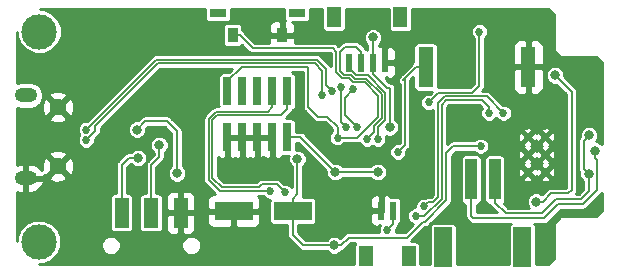
<source format=gbl>
G04 #@! TF.GenerationSoftware,KiCad,Pcbnew,(5.0.0-rc2-dev-444-g2974a2c10)*
G04 #@! TF.CreationDate,2019-10-03T16:28:08-07:00*
G04 #@! TF.ProjectId,StringCar CPy PCB,537472696E6743617220435079205043,v03*
G04 #@! TF.SameCoordinates,Original*
G04 #@! TF.FileFunction,Copper,L2,Bot,Signal*
G04 #@! TF.FilePolarity,Positive*
%FSLAX46Y46*%
G04 Gerber Fmt 4.6, Leading zero omitted, Abs format (unit mm)*
G04 Created by KiCad (PCBNEW (5.0.0-rc2-dev-444-g2974a2c10)) date 10/03/19 16:28:08*
%MOMM*%
%LPD*%
G01*
G04 APERTURE LIST*
%ADD10C,3.000000*%
%ADD11R,3.200000X1.600000*%
%ADD12C,1.450000*%
%ADD13O,1.900000X1.200000*%
%ADD14R,1.000000X3.500000*%
%ADD15R,1.500000X3.400000*%
%ADD16R,1.300000X3.400000*%
%ADD17R,0.740000X2.400000*%
%ADD18R,1.250000X2.500000*%
%ADD19R,0.600000X1.550000*%
%ADD20R,1.200000X1.800000*%
%ADD21R,0.900000X1.270000*%
%ADD22R,1.450000X0.800000*%
%ADD23C,0.330000*%
%ADD24C,0.685800*%
%ADD25C,0.812800*%
%ADD26C,0.203200*%
%ADD27C,0.152400*%
%ADD28C,0.254000*%
G04 APERTURE END LIST*
D10*
X96500000Y-114300000D03*
D11*
X113000000Y-111700000D03*
X118000000Y-111700000D03*
D12*
X98108000Y-102910000D03*
X98108000Y-107910000D03*
D13*
X95408000Y-101910000D03*
X95408000Y-108910000D03*
D14*
X135100000Y-109025000D03*
X133100000Y-109025000D03*
D15*
X137450000Y-114775000D03*
X130750000Y-114775000D03*
D16*
X137950000Y-99500000D03*
X129250000Y-99500000D03*
D17*
X112460000Y-101550000D03*
X112460000Y-105450000D03*
X113730000Y-101550000D03*
X113730000Y-105450000D03*
X115000000Y-101550000D03*
X115000000Y-105450000D03*
X116270000Y-101550000D03*
X116270000Y-105450000D03*
X117540000Y-101550000D03*
X117540000Y-105450000D03*
D10*
X96540000Y-96510000D03*
D18*
X103500000Y-111850000D03*
X106000000Y-111850000D03*
X108500000Y-111850000D03*
D19*
X122800000Y-99137500D03*
X123800000Y-99137500D03*
X124800000Y-99137500D03*
X125800000Y-99137500D03*
D20*
X121500000Y-95262500D03*
X127100000Y-95262500D03*
D21*
X112900000Y-96800000D03*
X117100000Y-96800000D03*
D22*
X118350000Y-94900000D03*
X111650000Y-94900000D03*
D23*
X137884961Y-106917179D03*
X137884961Y-105417179D03*
X139384961Y-106917179D03*
X139384961Y-105417179D03*
X137884961Y-108417179D03*
X139384961Y-108417179D03*
D19*
X126500000Y-111662500D03*
X125500000Y-111662500D03*
D20*
X127800000Y-115537500D03*
X124200000Y-115537500D03*
D24*
X99000000Y-111600000D03*
X142000000Y-100100000D03*
X137884961Y-105417179D03*
X139384961Y-105417179D03*
X137884961Y-106917179D03*
X139384961Y-106917179D03*
X137884961Y-108417179D03*
X139384961Y-108417179D03*
X122000000Y-107000000D03*
X115600000Y-107400000D03*
X123600000Y-96400000D03*
X105000000Y-96000000D03*
X134000000Y-113200000D03*
X125900000Y-107300000D03*
X134600000Y-100300000D03*
X143200000Y-111600000D03*
X109600000Y-95200000D03*
X121400000Y-109600000D03*
X128090000Y-97100000D03*
X128500000Y-103200000D03*
X133500000Y-103100000D03*
D25*
X124800000Y-97000000D03*
X125200000Y-108400000D03*
X121600000Y-108400000D03*
X140200000Y-100200000D03*
X138600000Y-110900000D03*
X126200000Y-104600000D03*
D24*
X129500000Y-102500000D03*
X133800000Y-96500000D03*
X100500000Y-105700000D03*
X120500000Y-101900000D03*
X100500000Y-104800000D03*
X121300000Y-101500000D03*
D25*
X104800000Y-104800000D03*
X108200000Y-108500000D03*
D24*
X126000000Y-113300000D03*
D25*
X143092179Y-105292179D03*
X143057821Y-108542179D03*
X143600000Y-106592179D03*
D24*
X117300000Y-110100000D03*
X116100000Y-110000000D03*
X121800000Y-105500000D03*
D25*
X118400000Y-107300000D03*
D24*
X133900000Y-106200000D03*
D25*
X121500000Y-114600000D03*
X106700000Y-106100000D03*
X104900000Y-107200000D03*
D24*
X126900000Y-106699996D03*
X125200000Y-105600000D03*
X124300000Y-105600000D03*
X123400000Y-104600000D03*
X123100000Y-101400000D03*
X122500000Y-104600000D03*
X122100000Y-101200000D03*
X129100000Y-111300000D03*
X135834961Y-103403895D03*
X128400000Y-112100000D03*
X134600000Y-103400000D03*
D26*
X124800000Y-99137500D02*
X124800000Y-97000000D01*
X118650000Y-105450000D02*
X117540000Y-105450000D01*
X121600000Y-108400000D02*
X118650000Y-105450000D01*
X124800000Y-100000000D02*
X124800000Y-99137500D01*
X121600000Y-108400000D02*
X125200000Y-108400000D01*
X124800000Y-100115700D02*
X124800000Y-99137500D01*
X125984300Y-101300000D02*
X124800000Y-100115700D01*
X126200000Y-101300000D02*
X125984300Y-101300000D01*
X126200000Y-104600000D02*
X126200000Y-101300000D01*
X141600000Y-101600000D02*
X140200000Y-100200000D01*
X141600000Y-109900000D02*
X141600000Y-101600000D01*
X141300000Y-110200000D02*
X141600000Y-109900000D01*
X139874736Y-110200000D02*
X141300000Y-110200000D01*
X138600000Y-110900000D02*
X139174736Y-110900000D01*
X139174736Y-110900000D02*
X139874736Y-110200000D01*
D27*
X133800000Y-101100000D02*
X133800000Y-96500000D01*
X133209619Y-101690381D02*
X133800000Y-101100000D01*
X129500000Y-102500000D02*
X130309619Y-101690381D01*
X130309619Y-101690381D02*
X133209619Y-101690381D01*
X101285035Y-104914965D02*
X100500000Y-105700000D01*
X101285035Y-104485035D02*
X101285035Y-104914965D01*
X106570070Y-99200000D02*
X101285035Y-104485035D01*
X119900000Y-99200000D02*
X106570070Y-99200000D01*
X120500000Y-101900000D02*
X120500000Y-99800000D01*
X120500000Y-99800000D02*
X119900000Y-99200000D01*
X100500000Y-104800000D02*
X106432390Y-98867610D01*
X106432390Y-98867610D02*
X120037681Y-98867611D01*
X121300000Y-101400000D02*
X121300000Y-101354178D01*
X120832389Y-99662319D02*
X120037681Y-98867611D01*
X120832389Y-99662319D02*
X120832390Y-99662320D01*
X120832390Y-100632390D02*
X120832390Y-100300000D01*
X120832390Y-99662320D02*
X120832390Y-100300000D01*
X120832390Y-100300000D02*
X120832390Y-100400000D01*
X120832390Y-101032390D02*
X120832390Y-100632390D01*
X121300000Y-101500000D02*
X120832390Y-101032390D01*
D26*
X108200000Y-107625264D02*
X108200000Y-108500000D01*
X108200000Y-104947422D02*
X108200000Y-107625264D01*
X107341377Y-104088799D02*
X108200000Y-104947422D01*
X104800000Y-104800000D02*
X105511201Y-104088799D01*
X105511201Y-104088799D02*
X107341377Y-104088799D01*
D27*
X126000000Y-113137500D02*
X126000000Y-113300000D01*
X126500000Y-112800000D02*
X126500000Y-111662500D01*
X126000000Y-113300000D02*
X126500000Y-112800000D01*
D26*
X142651422Y-105732936D02*
X142700000Y-105684358D01*
X142651422Y-108135780D02*
X142651422Y-105732936D01*
X143057821Y-108542179D02*
X142651422Y-108135780D01*
X143092179Y-105292179D02*
X142700000Y-105684358D01*
X142700000Y-105684358D02*
X142685780Y-105698578D01*
X143057821Y-110042179D02*
X143057821Y-108542179D01*
X142400000Y-110700000D02*
X143057821Y-110042179D01*
X140325250Y-110700000D02*
X142400000Y-110700000D01*
X139131660Y-111893590D02*
X140325250Y-110700000D01*
X135100000Y-110978200D02*
X136015390Y-111893590D01*
X136015390Y-111893590D02*
X139131660Y-111893590D01*
X135100000Y-109025000D02*
X135100000Y-110978200D01*
X143600000Y-107166915D02*
X143600000Y-106592179D01*
X143769022Y-109905728D02*
X143769022Y-107335937D01*
X133100000Y-109025000D02*
X133100000Y-112100000D01*
X133100000Y-112100000D02*
X133300000Y-112300000D01*
X133300000Y-112300000D02*
X139300000Y-112300000D01*
X139300000Y-112300000D02*
X140493590Y-111106410D01*
X143769022Y-107335937D02*
X143600000Y-107166915D01*
X140493590Y-111106410D02*
X142568340Y-111106410D01*
X142568340Y-111106410D02*
X143769022Y-109905728D01*
D27*
X117540000Y-103060000D02*
X117540000Y-101550000D01*
X117000000Y-103600000D02*
X117540000Y-103060000D01*
X111600000Y-103600000D02*
X117000000Y-103600000D01*
X111200000Y-104000000D02*
X111600000Y-103600000D01*
X111200000Y-107000000D02*
X111200000Y-106500000D01*
X111200000Y-106500000D02*
X111200000Y-104000000D01*
X111200000Y-108900000D02*
X111200000Y-106500000D01*
X115371501Y-109428499D02*
X115104810Y-109695190D01*
X115104810Y-109695190D02*
X111995190Y-109695190D01*
X111995190Y-109695190D02*
X111200000Y-108900000D01*
X116628499Y-109428499D02*
X117300000Y-110100000D01*
X115371501Y-109428499D02*
X116628499Y-109428499D01*
X116270000Y-102902400D02*
X116270000Y-101550000D01*
X115877210Y-103295190D02*
X116270000Y-102902400D01*
X111473744Y-103295190D02*
X115877210Y-103295190D01*
X110895191Y-103873743D02*
X111473744Y-103295190D01*
X110895191Y-109095189D02*
X110895191Y-103873743D01*
X111800000Y-110000000D02*
X110895191Y-109095189D01*
X116100000Y-110000000D02*
X111800000Y-110000000D01*
X113502400Y-96800000D02*
X112900000Y-96800000D01*
X114602400Y-97900000D02*
X113502400Y-96800000D01*
X121400000Y-97900000D02*
X114602400Y-97900000D01*
X121695190Y-98195190D02*
X121400000Y-97900000D01*
X120900000Y-103700000D02*
X121800000Y-104600000D01*
X112460000Y-100720000D02*
X113675190Y-99504810D01*
X112460000Y-101550000D02*
X112460000Y-100720000D01*
X121800000Y-104600000D02*
X121800000Y-105500000D01*
X113675190Y-99504810D02*
X119304810Y-99504810D01*
X119304810Y-99504810D02*
X119304810Y-102904810D01*
X119304810Y-102904810D02*
X120100000Y-103700000D01*
X120100000Y-103700000D02*
X120900000Y-103700000D01*
X121800000Y-105500000D02*
X123345822Y-105500000D01*
X121695190Y-99950238D02*
X121695190Y-98195190D01*
X122771279Y-100445911D02*
X122190862Y-100445910D01*
X123345822Y-105500000D02*
X123422882Y-105500000D01*
X122190862Y-100445910D02*
X121695190Y-99950238D01*
X123422882Y-105500000D02*
X125209370Y-103713512D01*
X125209370Y-103713512D02*
X125209370Y-101926031D01*
X125209370Y-101926031D02*
X124084860Y-100801521D01*
X124084860Y-100801521D02*
X123126888Y-100801520D01*
X123126888Y-100801520D02*
X122771279Y-100445911D01*
D26*
X118400000Y-110296800D02*
X118400000Y-107300000D01*
X118000000Y-111700000D02*
X118000000Y-110696800D01*
X118000000Y-110696800D02*
X118400000Y-110296800D01*
X118900000Y-114600000D02*
X121500000Y-114600000D01*
X118000000Y-111700000D02*
X118000000Y-113700000D01*
X118000000Y-113700000D02*
X118900000Y-114600000D01*
X131600000Y-106200000D02*
X132100000Y-106200000D01*
X130981010Y-106818990D02*
X131600000Y-106200000D01*
X132100000Y-106200000D02*
X133900000Y-106200000D01*
X130981010Y-110803641D02*
X130981010Y-106818990D01*
X121500000Y-114600000D02*
X122074736Y-114600000D01*
X122074736Y-114600000D02*
X122727035Y-113947701D01*
X122727035Y-113947701D02*
X127667380Y-113947701D01*
X127667380Y-113947701D02*
X129015081Y-112600000D01*
X129015081Y-112600000D02*
X129184651Y-112600000D01*
X129184651Y-112600000D02*
X130981010Y-110803641D01*
D27*
X106000000Y-110447600D02*
X106000000Y-111850000D01*
X106000000Y-107800000D02*
X106000000Y-110447600D01*
X106700000Y-106100000D02*
X106700000Y-107100000D01*
X106700000Y-107100000D02*
X106000000Y-107800000D01*
D26*
X104100000Y-107200000D02*
X104900000Y-107200000D01*
X103500000Y-111850000D02*
X103500000Y-107800000D01*
X103500000Y-107800000D02*
X104100000Y-107200000D01*
D27*
X128447600Y-99500000D02*
X129250000Y-99500000D01*
X127342899Y-100604701D02*
X127500000Y-100447600D01*
X127500000Y-100447600D02*
X128447600Y-99500000D01*
X127242899Y-106357097D02*
X126900000Y-106699996D01*
X127500000Y-106099996D02*
X127242899Y-106357097D01*
X127500000Y-100447600D02*
X127500000Y-106099996D01*
X122800000Y-99612500D02*
X122800000Y-99137500D01*
X125200000Y-105600000D02*
X125200000Y-104585014D01*
X125200000Y-104585014D02*
X125818990Y-103966024D01*
X125818990Y-103966024D02*
X125818990Y-101673519D01*
X125818990Y-101673519D02*
X124337373Y-100191901D01*
X124337373Y-100191901D02*
X123379401Y-100191901D01*
X123379401Y-100191901D02*
X122800000Y-99612500D01*
X123800000Y-98210100D02*
X123800000Y-99137500D01*
X123389900Y-97800000D02*
X123800000Y-98210100D01*
X122400000Y-97800000D02*
X123389900Y-97800000D01*
X122000000Y-98200000D02*
X122400000Y-97800000D01*
X122317119Y-100141101D02*
X122000000Y-99823982D01*
X122000000Y-99823982D02*
X122000000Y-98200000D01*
X122897535Y-100141101D02*
X122317119Y-100141101D01*
X123253145Y-100496711D02*
X122897535Y-100141101D01*
X124211116Y-100496711D02*
X123253145Y-100496711D01*
X125514180Y-103839768D02*
X125514180Y-101799775D01*
X124895190Y-104458758D02*
X125514180Y-103839768D01*
X124895190Y-105004810D02*
X124895190Y-104458758D01*
X125514180Y-101799775D02*
X124211116Y-100496711D01*
X124300000Y-105600000D02*
X124895190Y-105004810D01*
X123100000Y-101400000D02*
X122404810Y-102095190D01*
X122404810Y-103604810D02*
X123400000Y-104600000D01*
X122404810Y-102095190D02*
X122404810Y-103604810D01*
X122100000Y-104200000D02*
X122500000Y-104600000D01*
X122100000Y-101200000D02*
X122100000Y-104200000D01*
X129442899Y-110957101D02*
X129100000Y-111300000D01*
X135834961Y-103403895D02*
X134426257Y-101995191D01*
X134426257Y-101995191D02*
X130873743Y-101995191D01*
X130873743Y-101995191D02*
X130295190Y-102573744D01*
X130295190Y-102573744D02*
X130295190Y-110519566D01*
X129857101Y-110957101D02*
X129442899Y-110957101D01*
X130295190Y-110519566D02*
X129857378Y-110957378D01*
X129857378Y-110957378D02*
X129857101Y-110957101D01*
X129145822Y-112100000D02*
X130600000Y-110645822D01*
X128400000Y-112100000D02*
X129145822Y-112100000D01*
X130600000Y-110645822D02*
X130600000Y-102800000D01*
X130600000Y-102800000D02*
X130600000Y-102700000D01*
X130600000Y-102700000D02*
X131000000Y-102300000D01*
X131000000Y-102300000D02*
X133500000Y-102300000D01*
X133984933Y-102300000D02*
X133800000Y-102300000D01*
X134600000Y-102915067D02*
X133984933Y-102300000D01*
X134600000Y-103400000D02*
X134600000Y-102915067D01*
X133500000Y-102300000D02*
X133800000Y-102300000D01*
X133800000Y-102300000D02*
X133900000Y-102300000D01*
D28*
G36*
X110536536Y-95300000D02*
X110566106Y-95448659D01*
X110650314Y-95574686D01*
X110776341Y-95658894D01*
X110925000Y-95688464D01*
X112375000Y-95688464D01*
X112523659Y-95658894D01*
X112649686Y-95574686D01*
X112733894Y-95448659D01*
X112763464Y-95300000D01*
X112763464Y-94615000D01*
X117236536Y-94615000D01*
X117236536Y-95300000D01*
X117266106Y-95448659D01*
X117346609Y-95569141D01*
X117227000Y-95688750D01*
X117227000Y-96673000D01*
X118026250Y-96673000D01*
X118185000Y-96514250D01*
X118185000Y-96038690D01*
X118088327Y-95805301D01*
X117971489Y-95688464D01*
X119075000Y-95688464D01*
X119223659Y-95658894D01*
X119349686Y-95574686D01*
X119433894Y-95448659D01*
X119463464Y-95300000D01*
X119463464Y-94615000D01*
X120511536Y-94615000D01*
X120511536Y-96162500D01*
X120541106Y-96311159D01*
X120625314Y-96437186D01*
X120751341Y-96521394D01*
X120900000Y-96550964D01*
X122100000Y-96550964D01*
X122248659Y-96521394D01*
X122374686Y-96437186D01*
X122458894Y-96311159D01*
X122488464Y-96162500D01*
X122488464Y-94615000D01*
X126111536Y-94615000D01*
X126111536Y-96162500D01*
X126141106Y-96311159D01*
X126225314Y-96437186D01*
X126351341Y-96521394D01*
X126500000Y-96550964D01*
X127700000Y-96550964D01*
X127848659Y-96521394D01*
X127974686Y-96437186D01*
X128058894Y-96311159D01*
X128088464Y-96162500D01*
X128088464Y-94615000D01*
X139647394Y-94615000D01*
X140081000Y-95048606D01*
X140081000Y-98044000D01*
X140090667Y-98092601D01*
X140118197Y-98133803D01*
X140626197Y-98641803D01*
X140667399Y-98669333D01*
X140716000Y-98679000D01*
X143711394Y-98679000D01*
X144145000Y-99112606D01*
X144145000Y-106023628D01*
X144046026Y-105924654D01*
X143756624Y-105804779D01*
X143693130Y-105804779D01*
X143759704Y-105738205D01*
X143879579Y-105448803D01*
X143879579Y-105135555D01*
X143759704Y-104846153D01*
X143538205Y-104624654D01*
X143248803Y-104504779D01*
X142935555Y-104504779D01*
X142646153Y-104624654D01*
X142424654Y-104846153D01*
X142304779Y-105135555D01*
X142304779Y-105384138D01*
X142303488Y-105385001D01*
X142229283Y-105496057D01*
X142196824Y-105544635D01*
X142159368Y-105732936D01*
X142168823Y-105780469D01*
X142168822Y-108088252D01*
X142159368Y-108135780D01*
X142168822Y-108183308D01*
X142196823Y-108324080D01*
X142270421Y-108434228D01*
X142270421Y-108698803D01*
X142390296Y-108988205D01*
X142575222Y-109173131D01*
X142575221Y-109842280D01*
X142200102Y-110217400D01*
X141968338Y-110217400D01*
X142054599Y-110088301D01*
X142082600Y-109947529D01*
X142082600Y-109947528D01*
X142092054Y-109900001D01*
X142082600Y-109852473D01*
X142082600Y-101647528D01*
X142092054Y-101600000D01*
X142082600Y-101552471D01*
X142054599Y-101411699D01*
X141947935Y-101252065D01*
X141907639Y-101225140D01*
X140987400Y-100304902D01*
X140987400Y-100043376D01*
X140867525Y-99753974D01*
X140646026Y-99532475D01*
X140356624Y-99412600D01*
X140043376Y-99412600D01*
X139753974Y-99532475D01*
X139532475Y-99753974D01*
X139412600Y-100043376D01*
X139412600Y-100356624D01*
X139532475Y-100646026D01*
X139753974Y-100867525D01*
X140043376Y-100987400D01*
X140304902Y-100987400D01*
X141117401Y-101799900D01*
X141117400Y-109700102D01*
X141100102Y-109717400D01*
X139922263Y-109717400D01*
X139874735Y-109707946D01*
X139827207Y-109717400D01*
X139686435Y-109745401D01*
X139526801Y-109852065D01*
X139499878Y-109892358D01*
X139102894Y-110289343D01*
X139046026Y-110232475D01*
X138756624Y-110112600D01*
X138443376Y-110112600D01*
X138153974Y-110232475D01*
X137932475Y-110453974D01*
X137812600Y-110743376D01*
X137812600Y-111056624D01*
X137932475Y-111346026D01*
X137997439Y-111410990D01*
X136215289Y-111410990D01*
X135862276Y-111057978D01*
X135874686Y-111049686D01*
X135958894Y-110923659D01*
X135988464Y-110775000D01*
X135988464Y-109122180D01*
X137474723Y-109122180D01*
X137775743Y-109225507D01*
X138093390Y-109205772D01*
X138295199Y-109122180D01*
X138974723Y-109122180D01*
X139275743Y-109225507D01*
X139593390Y-109205772D01*
X139795199Y-109122180D01*
X139787462Y-108936352D01*
X139384961Y-108533852D01*
X138982460Y-108936352D01*
X138974723Y-109122180D01*
X138295199Y-109122180D01*
X138287462Y-108936352D01*
X137884961Y-108533852D01*
X137482460Y-108936352D01*
X137474723Y-109122180D01*
X135988464Y-109122180D01*
X135988464Y-108307961D01*
X137076633Y-108307961D01*
X137096368Y-108625608D01*
X137179960Y-108827417D01*
X137365788Y-108819680D01*
X137768288Y-108417179D01*
X138001634Y-108417179D01*
X138404134Y-108819680D01*
X138589962Y-108827417D01*
X138630746Y-108708603D01*
X138679960Y-108827417D01*
X138865788Y-108819680D01*
X139268288Y-108417179D01*
X139501634Y-108417179D01*
X139904134Y-108819680D01*
X140089962Y-108827417D01*
X140193289Y-108526397D01*
X140173554Y-108208750D01*
X140089962Y-108006941D01*
X139904134Y-108014678D01*
X139501634Y-108417179D01*
X139268288Y-108417179D01*
X138865788Y-108014678D01*
X138679960Y-108006941D01*
X138639176Y-108125755D01*
X138589962Y-108006941D01*
X138404134Y-108014678D01*
X138001634Y-108417179D01*
X137768288Y-108417179D01*
X137365788Y-108014678D01*
X137179960Y-108006941D01*
X137076633Y-108307961D01*
X135988464Y-108307961D01*
X135988464Y-107622180D01*
X137474723Y-107622180D01*
X137593537Y-107662964D01*
X137474723Y-107712178D01*
X137482460Y-107898006D01*
X137884961Y-108300506D01*
X138287462Y-107898006D01*
X138295199Y-107712178D01*
X138176385Y-107671394D01*
X138295199Y-107622180D01*
X138974723Y-107622180D01*
X139093537Y-107662964D01*
X138974723Y-107712178D01*
X138982460Y-107898006D01*
X139384961Y-108300506D01*
X139787462Y-107898006D01*
X139795199Y-107712178D01*
X139676385Y-107671394D01*
X139795199Y-107622180D01*
X139787462Y-107436352D01*
X139384961Y-107033852D01*
X138982460Y-107436352D01*
X138974723Y-107622180D01*
X138295199Y-107622180D01*
X138287462Y-107436352D01*
X137884961Y-107033852D01*
X137482460Y-107436352D01*
X137474723Y-107622180D01*
X135988464Y-107622180D01*
X135988464Y-107275000D01*
X135958894Y-107126341D01*
X135874686Y-107000314D01*
X135748659Y-106916106D01*
X135600000Y-106886536D01*
X134600000Y-106886536D01*
X134451341Y-106916106D01*
X134325314Y-107000314D01*
X134241106Y-107126341D01*
X134211536Y-107275000D01*
X134211536Y-110775000D01*
X134241106Y-110923659D01*
X134325314Y-111049686D01*
X134451341Y-111133894D01*
X134600000Y-111163464D01*
X134644798Y-111163464D01*
X134645402Y-111166501D01*
X134752066Y-111326135D01*
X134792362Y-111353060D01*
X135256701Y-111817400D01*
X133582600Y-111817400D01*
X133582600Y-111163464D01*
X133600000Y-111163464D01*
X133748659Y-111133894D01*
X133874686Y-111049686D01*
X133958894Y-110923659D01*
X133988464Y-110775000D01*
X133988464Y-107275000D01*
X133958894Y-107126341D01*
X133874686Y-107000314D01*
X133760324Y-106923900D01*
X134043993Y-106923900D01*
X134310056Y-106813693D01*
X134315788Y-106807961D01*
X137076633Y-106807961D01*
X137096368Y-107125608D01*
X137179960Y-107327417D01*
X137365788Y-107319680D01*
X137768288Y-106917179D01*
X138001634Y-106917179D01*
X138404134Y-107319680D01*
X138589962Y-107327417D01*
X138630746Y-107208603D01*
X138679960Y-107327417D01*
X138865788Y-107319680D01*
X139268288Y-106917179D01*
X139501634Y-106917179D01*
X139904134Y-107319680D01*
X140089962Y-107327417D01*
X140193289Y-107026397D01*
X140173554Y-106708750D01*
X140089962Y-106506941D01*
X139904134Y-106514678D01*
X139501634Y-106917179D01*
X139268288Y-106917179D01*
X138865788Y-106514678D01*
X138679960Y-106506941D01*
X138639176Y-106625755D01*
X138589962Y-106506941D01*
X138404134Y-106514678D01*
X138001634Y-106917179D01*
X137768288Y-106917179D01*
X137365788Y-106514678D01*
X137179960Y-106506941D01*
X137076633Y-106807961D01*
X134315788Y-106807961D01*
X134513693Y-106610056D01*
X134623900Y-106343993D01*
X134623900Y-106122180D01*
X137474723Y-106122180D01*
X137593537Y-106162964D01*
X137474723Y-106212178D01*
X137482460Y-106398006D01*
X137884961Y-106800506D01*
X138287462Y-106398006D01*
X138295199Y-106212178D01*
X138176385Y-106171394D01*
X138295199Y-106122180D01*
X138974723Y-106122180D01*
X139093537Y-106162964D01*
X138974723Y-106212178D01*
X138982460Y-106398006D01*
X139384961Y-106800506D01*
X139787462Y-106398006D01*
X139795199Y-106212178D01*
X139676385Y-106171394D01*
X139795199Y-106122180D01*
X139787462Y-105936352D01*
X139384961Y-105533852D01*
X138982460Y-105936352D01*
X138974723Y-106122180D01*
X138295199Y-106122180D01*
X138287462Y-105936352D01*
X137884961Y-105533852D01*
X137482460Y-105936352D01*
X137474723Y-106122180D01*
X134623900Y-106122180D01*
X134623900Y-106056007D01*
X134513693Y-105789944D01*
X134310056Y-105586307D01*
X134043993Y-105476100D01*
X133756007Y-105476100D01*
X133489944Y-105586307D01*
X133358851Y-105717400D01*
X131647527Y-105717400D01*
X131599999Y-105707946D01*
X131552471Y-105717400D01*
X131411699Y-105745401D01*
X131252065Y-105852065D01*
X131225140Y-105892361D01*
X131057200Y-106060301D01*
X131057200Y-105307961D01*
X137076633Y-105307961D01*
X137096368Y-105625608D01*
X137179960Y-105827417D01*
X137365788Y-105819680D01*
X137768288Y-105417179D01*
X138001634Y-105417179D01*
X138404134Y-105819680D01*
X138589962Y-105827417D01*
X138630746Y-105708603D01*
X138679960Y-105827417D01*
X138865788Y-105819680D01*
X139268288Y-105417179D01*
X139501634Y-105417179D01*
X139904134Y-105819680D01*
X140089962Y-105827417D01*
X140193289Y-105526397D01*
X140173554Y-105208750D01*
X140089962Y-105006941D01*
X139904134Y-105014678D01*
X139501634Y-105417179D01*
X139268288Y-105417179D01*
X138865788Y-105014678D01*
X138679960Y-105006941D01*
X138639176Y-105125755D01*
X138589962Y-105006941D01*
X138404134Y-105014678D01*
X138001634Y-105417179D01*
X137768288Y-105417179D01*
X137365788Y-105014678D01*
X137179960Y-105006941D01*
X137076633Y-105307961D01*
X131057200Y-105307961D01*
X131057200Y-104712178D01*
X137474723Y-104712178D01*
X137482460Y-104898006D01*
X137884961Y-105300506D01*
X138287462Y-104898006D01*
X138295199Y-104712178D01*
X138974723Y-104712178D01*
X138982460Y-104898006D01*
X139384961Y-105300506D01*
X139787462Y-104898006D01*
X139795199Y-104712178D01*
X139494179Y-104608851D01*
X139176532Y-104628586D01*
X138974723Y-104712178D01*
X138295199Y-104712178D01*
X137994179Y-104608851D01*
X137676532Y-104628586D01*
X137474723Y-104712178D01*
X131057200Y-104712178D01*
X131057200Y-102889378D01*
X131189378Y-102757200D01*
X133795555Y-102757200D01*
X134007303Y-102968948D01*
X133986307Y-102989944D01*
X133876100Y-103256007D01*
X133876100Y-103543993D01*
X133986307Y-103810056D01*
X134189944Y-104013693D01*
X134456007Y-104123900D01*
X134743993Y-104123900D01*
X135010056Y-104013693D01*
X135213693Y-103810056D01*
X135216674Y-103802860D01*
X135221268Y-103813951D01*
X135424905Y-104017588D01*
X135690968Y-104127795D01*
X135978954Y-104127795D01*
X136245017Y-104017588D01*
X136448654Y-103813951D01*
X136558861Y-103547888D01*
X136558861Y-103259902D01*
X136448654Y-102993839D01*
X136245017Y-102790202D01*
X135978954Y-102679995D01*
X135757640Y-102679995D01*
X134781389Y-101703745D01*
X134755880Y-101665568D01*
X134604648Y-101564518D01*
X134471287Y-101537991D01*
X134426257Y-101529034D01*
X134381227Y-101537991D01*
X134008588Y-101537991D01*
X134091449Y-101455130D01*
X134129623Y-101429623D01*
X134230673Y-101278391D01*
X134239862Y-101232193D01*
X134266157Y-101100000D01*
X134257200Y-101054970D01*
X134257200Y-99785750D01*
X136665000Y-99785750D01*
X136665000Y-101326310D01*
X136761673Y-101559699D01*
X136940302Y-101738327D01*
X137173691Y-101835000D01*
X137664250Y-101835000D01*
X137823000Y-101676250D01*
X137823000Y-99627000D01*
X138077000Y-99627000D01*
X138077000Y-101676250D01*
X138235750Y-101835000D01*
X138726309Y-101835000D01*
X138959698Y-101738327D01*
X139138327Y-101559699D01*
X139235000Y-101326310D01*
X139235000Y-99785750D01*
X139076250Y-99627000D01*
X138077000Y-99627000D01*
X137823000Y-99627000D01*
X136823750Y-99627000D01*
X136665000Y-99785750D01*
X134257200Y-99785750D01*
X134257200Y-97673690D01*
X136665000Y-97673690D01*
X136665000Y-99214250D01*
X136823750Y-99373000D01*
X137823000Y-99373000D01*
X137823000Y-97323750D01*
X138077000Y-97323750D01*
X138077000Y-99373000D01*
X139076250Y-99373000D01*
X139235000Y-99214250D01*
X139235000Y-97673690D01*
X139138327Y-97440301D01*
X138959698Y-97261673D01*
X138726309Y-97165000D01*
X138235750Y-97165000D01*
X138077000Y-97323750D01*
X137823000Y-97323750D01*
X137664250Y-97165000D01*
X137173691Y-97165000D01*
X136940302Y-97261673D01*
X136761673Y-97440301D01*
X136665000Y-97673690D01*
X134257200Y-97673690D01*
X134257200Y-97066549D01*
X134413693Y-96910056D01*
X134523900Y-96643993D01*
X134523900Y-96356007D01*
X134413693Y-96089944D01*
X134210056Y-95886307D01*
X133943993Y-95776100D01*
X133656007Y-95776100D01*
X133389944Y-95886307D01*
X133186307Y-96089944D01*
X133076100Y-96356007D01*
X133076100Y-96643993D01*
X133186307Y-96910056D01*
X133342801Y-97066550D01*
X133342800Y-100910621D01*
X133020241Y-101233181D01*
X130354648Y-101233181D01*
X130309618Y-101224224D01*
X130282576Y-101229603D01*
X130288464Y-101200000D01*
X130288464Y-97800000D01*
X130258894Y-97651341D01*
X130174686Y-97525314D01*
X130048659Y-97441106D01*
X129900000Y-97411536D01*
X128600000Y-97411536D01*
X128451341Y-97441106D01*
X128325314Y-97525314D01*
X128241106Y-97651341D01*
X128211536Y-97800000D01*
X128211536Y-99107863D01*
X128117977Y-99170377D01*
X128092470Y-99208551D01*
X127208554Y-100092468D01*
X127170377Y-100117977D01*
X127144867Y-100156156D01*
X126987769Y-100313253D01*
X126912226Y-100426311D01*
X126876742Y-100604701D01*
X126912226Y-100783091D01*
X127013277Y-100934323D01*
X127042800Y-100954050D01*
X127042801Y-105910617D01*
X126977322Y-105976096D01*
X126756007Y-105976096D01*
X126489944Y-106086303D01*
X126286307Y-106289940D01*
X126176100Y-106556003D01*
X126176100Y-106843989D01*
X126286307Y-107110052D01*
X126489944Y-107313689D01*
X126756007Y-107423896D01*
X127043993Y-107423896D01*
X127310056Y-107313689D01*
X127513693Y-107110052D01*
X127623900Y-106843989D01*
X127623900Y-106622674D01*
X127791446Y-106455128D01*
X127829623Y-106429619D01*
X127930673Y-106278387D01*
X127957200Y-106145026D01*
X127966157Y-106099996D01*
X127957200Y-106054966D01*
X127957200Y-100636978D01*
X128211536Y-100382642D01*
X128211536Y-101200000D01*
X128241106Y-101348659D01*
X128325314Y-101474686D01*
X128451341Y-101558894D01*
X128600000Y-101588464D01*
X129764957Y-101588464D01*
X129577322Y-101776100D01*
X129356007Y-101776100D01*
X129089944Y-101886307D01*
X128886307Y-102089944D01*
X128776100Y-102356007D01*
X128776100Y-102643993D01*
X128886307Y-102910056D01*
X129089944Y-103113693D01*
X129356007Y-103223900D01*
X129643993Y-103223900D01*
X129837990Y-103143544D01*
X129837991Y-110330187D01*
X129668277Y-110499901D01*
X129487927Y-110499901D01*
X129442898Y-110490944D01*
X129397869Y-110499901D01*
X129264508Y-110526428D01*
X129190169Y-110576100D01*
X128956007Y-110576100D01*
X128689944Y-110686307D01*
X128486307Y-110889944D01*
X128376100Y-111156007D01*
X128376100Y-111376100D01*
X128256007Y-111376100D01*
X127989944Y-111486307D01*
X127786307Y-111689944D01*
X127676100Y-111956007D01*
X127676100Y-112243993D01*
X127786307Y-112510056D01*
X127989944Y-112713693D01*
X128151833Y-112780750D01*
X127467482Y-113465101D01*
X126715157Y-113465101D01*
X126723900Y-113443993D01*
X126723900Y-113222679D01*
X126791449Y-113155130D01*
X126829623Y-113129623D01*
X126930673Y-112978391D01*
X126948266Y-112889944D01*
X126966157Y-112800000D01*
X126963471Y-112786497D01*
X127074686Y-112712186D01*
X127158894Y-112586159D01*
X127188464Y-112437500D01*
X127188464Y-110887500D01*
X127158894Y-110738841D01*
X127074686Y-110612814D01*
X126948659Y-110528606D01*
X126800000Y-110499036D01*
X126309562Y-110499036D01*
X126159698Y-110349173D01*
X125926309Y-110252500D01*
X125785750Y-110252500D01*
X125627000Y-110411250D01*
X125627000Y-111535500D01*
X125647000Y-111535500D01*
X125647000Y-111789500D01*
X125627000Y-111789500D01*
X125627000Y-111809500D01*
X125373000Y-111809500D01*
X125373000Y-111789500D01*
X124723750Y-111789500D01*
X124565000Y-111948250D01*
X124565000Y-112563810D01*
X124661673Y-112797199D01*
X124840302Y-112975827D01*
X125073691Y-113072500D01*
X125214250Y-113072500D01*
X125372998Y-112913752D01*
X125372998Y-112922075D01*
X125276100Y-113156007D01*
X125276100Y-113443993D01*
X125284843Y-113465101D01*
X122774562Y-113465101D01*
X122727034Y-113455647D01*
X122679506Y-113465101D01*
X122538734Y-113493102D01*
X122379100Y-113599766D01*
X122352175Y-113640062D01*
X122002894Y-113989343D01*
X121946026Y-113932475D01*
X121656624Y-113812600D01*
X121343376Y-113812600D01*
X121053974Y-113932475D01*
X120869049Y-114117400D01*
X119099899Y-114117400D01*
X118482600Y-113500102D01*
X118482600Y-112888464D01*
X119600000Y-112888464D01*
X119748659Y-112858894D01*
X119874686Y-112774686D01*
X119958894Y-112648659D01*
X119988464Y-112500000D01*
X119988464Y-110900000D01*
X119960854Y-110761190D01*
X124565000Y-110761190D01*
X124565000Y-111376750D01*
X124723750Y-111535500D01*
X125373000Y-111535500D01*
X125373000Y-110411250D01*
X125214250Y-110252500D01*
X125073691Y-110252500D01*
X124840302Y-110349173D01*
X124661673Y-110527801D01*
X124565000Y-110761190D01*
X119960854Y-110761190D01*
X119958894Y-110751341D01*
X119874686Y-110625314D01*
X119748659Y-110541106D01*
X119600000Y-110511536D01*
X118836936Y-110511536D01*
X118854599Y-110485101D01*
X118882600Y-110344329D01*
X118882600Y-110344328D01*
X118892054Y-110296801D01*
X118882600Y-110249273D01*
X118882600Y-107930951D01*
X119067525Y-107746026D01*
X119187400Y-107456624D01*
X119187400Y-107143376D01*
X119067525Y-106853974D01*
X118846026Y-106632475D01*
X118556624Y-106512600D01*
X118298464Y-106512600D01*
X118298464Y-105932600D01*
X118450102Y-105932600D01*
X120812600Y-108295099D01*
X120812600Y-108556624D01*
X120932475Y-108846026D01*
X121153974Y-109067525D01*
X121443376Y-109187400D01*
X121756624Y-109187400D01*
X122046026Y-109067525D01*
X122230951Y-108882600D01*
X124569049Y-108882600D01*
X124753974Y-109067525D01*
X125043376Y-109187400D01*
X125356624Y-109187400D01*
X125646026Y-109067525D01*
X125867525Y-108846026D01*
X125987400Y-108556624D01*
X125987400Y-108243376D01*
X125867525Y-107953974D01*
X125646026Y-107732475D01*
X125356624Y-107612600D01*
X125043376Y-107612600D01*
X124753974Y-107732475D01*
X124569049Y-107917400D01*
X122230951Y-107917400D01*
X122046026Y-107732475D01*
X121756624Y-107612600D01*
X121495099Y-107612600D01*
X119024862Y-105142364D01*
X118997935Y-105102065D01*
X118838301Y-104995401D01*
X118697529Y-104967400D01*
X118697528Y-104967400D01*
X118650000Y-104957946D01*
X118602472Y-104967400D01*
X118298464Y-104967400D01*
X118298464Y-104250000D01*
X118268894Y-104101341D01*
X118184686Y-103975314D01*
X118058659Y-103891106D01*
X117910000Y-103861536D01*
X117385042Y-103861536D01*
X117831449Y-103415130D01*
X117869623Y-103389623D01*
X117970673Y-103238391D01*
X117993868Y-103121782D01*
X118058659Y-103108894D01*
X118184686Y-103024686D01*
X118268894Y-102898659D01*
X118298464Y-102750000D01*
X118298464Y-100350000D01*
X118268894Y-100201341D01*
X118184686Y-100075314D01*
X118058659Y-99991106D01*
X117912383Y-99962010D01*
X118847610Y-99962010D01*
X118847611Y-102859775D01*
X118838653Y-102904810D01*
X118874137Y-103083200D01*
X118949680Y-103196258D01*
X118975188Y-103234433D01*
X119013362Y-103259940D01*
X119744868Y-103991446D01*
X119770377Y-104029623D01*
X119921609Y-104130673D01*
X120054970Y-104157200D01*
X120054974Y-104157200D01*
X120099999Y-104166156D01*
X120145024Y-104157200D01*
X120710622Y-104157200D01*
X121342800Y-104789379D01*
X121342800Y-104933451D01*
X121186307Y-105089944D01*
X121076100Y-105356007D01*
X121076100Y-105643993D01*
X121186307Y-105910056D01*
X121389944Y-106113693D01*
X121656007Y-106223900D01*
X121943993Y-106223900D01*
X122210056Y-106113693D01*
X122366549Y-105957200D01*
X123377852Y-105957200D01*
X123422882Y-105966157D01*
X123467912Y-105957200D01*
X123601273Y-105930673D01*
X123642120Y-105903380D01*
X123686307Y-106010056D01*
X123889944Y-106213693D01*
X124156007Y-106323900D01*
X124443993Y-106323900D01*
X124710056Y-106213693D01*
X124750000Y-106173749D01*
X124789944Y-106213693D01*
X125056007Y-106323900D01*
X125343993Y-106323900D01*
X125610056Y-106213693D01*
X125813693Y-106010056D01*
X125923900Y-105743993D01*
X125923900Y-105456007D01*
X125864852Y-105313452D01*
X126043376Y-105387400D01*
X126356624Y-105387400D01*
X126646026Y-105267525D01*
X126867525Y-105046026D01*
X126987400Y-104756624D01*
X126987400Y-104443376D01*
X126867525Y-104153974D01*
X126682600Y-103969049D01*
X126682600Y-101347529D01*
X126692054Y-101300000D01*
X126654599Y-101111699D01*
X126547935Y-100952065D01*
X126388301Y-100845401D01*
X126247529Y-100817400D01*
X126200000Y-100807946D01*
X126178935Y-100812136D01*
X125914298Y-100547500D01*
X125927002Y-100547500D01*
X125927002Y-100388752D01*
X126085750Y-100547500D01*
X126226309Y-100547500D01*
X126459698Y-100450827D01*
X126638327Y-100272199D01*
X126735000Y-100038810D01*
X126735000Y-99423250D01*
X126576250Y-99264500D01*
X125927000Y-99264500D01*
X125927000Y-99284500D01*
X125673000Y-99284500D01*
X125673000Y-99264500D01*
X125653000Y-99264500D01*
X125653000Y-99010500D01*
X125673000Y-99010500D01*
X125673000Y-97886250D01*
X125927000Y-97886250D01*
X125927000Y-99010500D01*
X126576250Y-99010500D01*
X126735000Y-98851750D01*
X126735000Y-98236190D01*
X126638327Y-98002801D01*
X126459698Y-97824173D01*
X126226309Y-97727500D01*
X126085750Y-97727500D01*
X125927000Y-97886250D01*
X125673000Y-97886250D01*
X125514250Y-97727500D01*
X125373691Y-97727500D01*
X125282600Y-97765231D01*
X125282600Y-97630951D01*
X125467525Y-97446026D01*
X125587400Y-97156624D01*
X125587400Y-96843376D01*
X125467525Y-96553974D01*
X125246026Y-96332475D01*
X124956624Y-96212600D01*
X124643376Y-96212600D01*
X124353974Y-96332475D01*
X124132475Y-96553974D01*
X124012600Y-96843376D01*
X124012600Y-97156624D01*
X124132475Y-97446026D01*
X124317401Y-97630952D01*
X124317401Y-98026284D01*
X124300000Y-98037911D01*
X124248659Y-98003606D01*
X124206260Y-97995172D01*
X124155130Y-97918651D01*
X124129623Y-97880477D01*
X124091449Y-97854970D01*
X123745032Y-97508554D01*
X123719523Y-97470377D01*
X123568291Y-97369327D01*
X123434930Y-97342800D01*
X123389900Y-97333843D01*
X123344870Y-97342800D01*
X122445028Y-97342800D01*
X122399999Y-97333843D01*
X122354970Y-97342800D01*
X122221609Y-97369327D01*
X122070377Y-97470377D01*
X122044868Y-97508554D01*
X121850000Y-97703422D01*
X121755132Y-97608554D01*
X121729623Y-97570377D01*
X121578391Y-97469327D01*
X121445030Y-97442800D01*
X121400000Y-97433843D01*
X121354970Y-97442800D01*
X118185000Y-97442800D01*
X118185000Y-97085750D01*
X118026250Y-96927000D01*
X117227000Y-96927000D01*
X117227000Y-96947000D01*
X116973000Y-96947000D01*
X116973000Y-96927000D01*
X116173750Y-96927000D01*
X116015000Y-97085750D01*
X116015000Y-97442800D01*
X114791779Y-97442800D01*
X113857532Y-96508554D01*
X113832023Y-96470377D01*
X113738464Y-96407863D01*
X113738464Y-96165000D01*
X113713340Y-96038690D01*
X116015000Y-96038690D01*
X116015000Y-96514250D01*
X116173750Y-96673000D01*
X116973000Y-96673000D01*
X116973000Y-95688750D01*
X116814250Y-95530000D01*
X116523691Y-95530000D01*
X116290302Y-95626673D01*
X116111673Y-95805301D01*
X116015000Y-96038690D01*
X113713340Y-96038690D01*
X113708894Y-96016341D01*
X113624686Y-95890314D01*
X113498659Y-95806106D01*
X113350000Y-95776536D01*
X112450000Y-95776536D01*
X112301341Y-95806106D01*
X112175314Y-95890314D01*
X112091106Y-96016341D01*
X112061536Y-96165000D01*
X112061536Y-97435000D01*
X112091106Y-97583659D01*
X112175314Y-97709686D01*
X112301341Y-97793894D01*
X112450000Y-97823464D01*
X113350000Y-97823464D01*
X113498659Y-97793894D01*
X113624686Y-97709686D01*
X113681091Y-97625269D01*
X114247269Y-98191448D01*
X114272777Y-98229623D01*
X114310951Y-98255130D01*
X114424009Y-98330673D01*
X114602400Y-98366157D01*
X114647430Y-98357200D01*
X121210622Y-98357200D01*
X121237991Y-98384569D01*
X121237990Y-99446405D01*
X121162013Y-99332697D01*
X121123839Y-99307190D01*
X120392811Y-98576163D01*
X120367304Y-98537989D01*
X120216072Y-98436939D01*
X120216073Y-98436939D01*
X120216071Y-98436938D01*
X120037681Y-98401454D01*
X119992646Y-98410412D01*
X106477419Y-98410410D01*
X106432389Y-98401453D01*
X106253999Y-98436937D01*
X106182286Y-98484855D01*
X106102768Y-98537987D01*
X106077261Y-98576161D01*
X100577322Y-104076100D01*
X100356007Y-104076100D01*
X100089944Y-104186307D01*
X99886307Y-104389944D01*
X99776100Y-104656007D01*
X99776100Y-104943993D01*
X99886307Y-105210056D01*
X99926251Y-105250000D01*
X99886307Y-105289944D01*
X99776100Y-105556007D01*
X99776100Y-105843993D01*
X99886307Y-106110056D01*
X100089944Y-106313693D01*
X100356007Y-106423900D01*
X100643993Y-106423900D01*
X100910056Y-106313693D01*
X101113693Y-106110056D01*
X101223900Y-105843993D01*
X101223900Y-105622679D01*
X101576484Y-105270095D01*
X101614658Y-105244588D01*
X101715708Y-105093356D01*
X101724364Y-105049839D01*
X101751192Y-104914966D01*
X101742235Y-104869936D01*
X101742235Y-104674413D01*
X101773272Y-104643376D01*
X104012600Y-104643376D01*
X104012600Y-104956624D01*
X104132475Y-105246026D01*
X104353974Y-105467525D01*
X104643376Y-105587400D01*
X104956624Y-105587400D01*
X105246026Y-105467525D01*
X105467525Y-105246026D01*
X105587400Y-104956624D01*
X105587400Y-104695099D01*
X105711100Y-104571399D01*
X107141479Y-104571399D01*
X107717400Y-105147321D01*
X107717401Y-107577731D01*
X107717400Y-107577736D01*
X107717400Y-107869049D01*
X107532475Y-108053974D01*
X107412600Y-108343376D01*
X107412600Y-108656624D01*
X107532475Y-108946026D01*
X107753974Y-109167525D01*
X108043376Y-109287400D01*
X108356624Y-109287400D01*
X108646026Y-109167525D01*
X108867525Y-108946026D01*
X108987400Y-108656624D01*
X108987400Y-108343376D01*
X108867525Y-108053974D01*
X108682600Y-107869049D01*
X108682600Y-104994949D01*
X108692054Y-104947421D01*
X108680519Y-104889431D01*
X108654599Y-104759121D01*
X108547935Y-104599487D01*
X108507640Y-104572563D01*
X107716239Y-103781163D01*
X107689312Y-103740864D01*
X107529678Y-103634200D01*
X107388906Y-103606199D01*
X107388905Y-103606199D01*
X107341377Y-103596745D01*
X107293849Y-103606199D01*
X105558728Y-103606199D01*
X105511200Y-103596745D01*
X105463672Y-103606199D01*
X105322900Y-103634200D01*
X105163266Y-103740864D01*
X105136341Y-103781160D01*
X104904901Y-104012600D01*
X104643376Y-104012600D01*
X104353974Y-104132475D01*
X104132475Y-104353974D01*
X104012600Y-104643376D01*
X101773272Y-104643376D01*
X106759449Y-99657200D01*
X112876221Y-99657200D01*
X112571886Y-99961536D01*
X112090000Y-99961536D01*
X111941341Y-99991106D01*
X111815314Y-100075314D01*
X111731106Y-100201341D01*
X111701536Y-100350000D01*
X111701536Y-102750000D01*
X111719038Y-102837990D01*
X111518768Y-102837990D01*
X111473743Y-102829034D01*
X111428718Y-102837990D01*
X111428714Y-102837990D01*
X111295353Y-102864517D01*
X111144121Y-102965567D01*
X111118612Y-103003744D01*
X110603743Y-103518613D01*
X110565569Y-103544120D01*
X110540062Y-103582294D01*
X110540061Y-103582295D01*
X110464518Y-103695353D01*
X110429034Y-103873743D01*
X110437992Y-103918778D01*
X110437991Y-109050159D01*
X110429034Y-109095189D01*
X110437991Y-109140218D01*
X110464518Y-109273579D01*
X110565568Y-109424812D01*
X110603747Y-109450323D01*
X111418421Y-110265000D01*
X111273690Y-110265000D01*
X111040301Y-110361673D01*
X110861673Y-110540302D01*
X110765000Y-110773691D01*
X110765000Y-111414250D01*
X110923750Y-111573000D01*
X112873000Y-111573000D01*
X112873000Y-111553000D01*
X113127000Y-111553000D01*
X113127000Y-111573000D01*
X115076250Y-111573000D01*
X115235000Y-111414250D01*
X115235000Y-110773691D01*
X115138327Y-110540302D01*
X115055225Y-110457200D01*
X115533451Y-110457200D01*
X115689944Y-110613693D01*
X115956007Y-110723900D01*
X116059441Y-110723900D01*
X116041106Y-110751341D01*
X116011536Y-110900000D01*
X116011536Y-112500000D01*
X116041106Y-112648659D01*
X116125314Y-112774686D01*
X116251341Y-112858894D01*
X116400000Y-112888464D01*
X117517401Y-112888464D01*
X117517401Y-113652467D01*
X117507946Y-113700000D01*
X117544967Y-113886114D01*
X117545402Y-113888301D01*
X117652066Y-114047935D01*
X117692362Y-114074860D01*
X118525140Y-114907639D01*
X118552065Y-114947935D01*
X118711699Y-115054599D01*
X118852471Y-115082600D01*
X118899999Y-115092054D01*
X118947527Y-115082600D01*
X120869049Y-115082600D01*
X121053974Y-115267525D01*
X121343376Y-115387400D01*
X121656624Y-115387400D01*
X121946026Y-115267525D01*
X122133108Y-115080443D01*
X122263037Y-115054599D01*
X122422671Y-114947935D01*
X122449598Y-114907637D01*
X122926934Y-114430301D01*
X123280221Y-114430301D01*
X123241106Y-114488841D01*
X123211536Y-114637500D01*
X123211536Y-116205000D01*
X96572606Y-116205000D01*
X96548606Y-116181000D01*
X96874154Y-116181000D01*
X97565501Y-115894635D01*
X98094635Y-115365501D01*
X98381000Y-114674154D01*
X98381000Y-114434704D01*
X101769000Y-114434704D01*
X101769000Y-114765296D01*
X101895512Y-115070724D01*
X102129276Y-115304488D01*
X102434704Y-115431000D01*
X102765296Y-115431000D01*
X103070724Y-115304488D01*
X103304488Y-115070724D01*
X103431000Y-114765296D01*
X103431000Y-114434704D01*
X108569000Y-114434704D01*
X108569000Y-114765296D01*
X108695512Y-115070724D01*
X108929276Y-115304488D01*
X109234704Y-115431000D01*
X109565296Y-115431000D01*
X109870724Y-115304488D01*
X110104488Y-115070724D01*
X110231000Y-114765296D01*
X110231000Y-114434704D01*
X110104488Y-114129276D01*
X109870724Y-113895512D01*
X109565296Y-113769000D01*
X109234704Y-113769000D01*
X108929276Y-113895512D01*
X108695512Y-114129276D01*
X108569000Y-114434704D01*
X103431000Y-114434704D01*
X103304488Y-114129276D01*
X103070724Y-113895512D01*
X102765296Y-113769000D01*
X102434704Y-113769000D01*
X102129276Y-113895512D01*
X101895512Y-114129276D01*
X101769000Y-114434704D01*
X98381000Y-114434704D01*
X98381000Y-113925846D01*
X98094635Y-113234499D01*
X97565501Y-112705365D01*
X96874154Y-112419000D01*
X96125846Y-112419000D01*
X95434499Y-112705365D01*
X94905365Y-113234499D01*
X94619000Y-113925846D01*
X94619000Y-114251394D01*
X94615000Y-114247394D01*
X94615000Y-110600000D01*
X102486536Y-110600000D01*
X102486536Y-113100000D01*
X102516106Y-113248659D01*
X102600314Y-113374686D01*
X102726341Y-113458894D01*
X102875000Y-113488464D01*
X104125000Y-113488464D01*
X104273659Y-113458894D01*
X104399686Y-113374686D01*
X104483894Y-113248659D01*
X104513464Y-113100000D01*
X104513464Y-110600000D01*
X104483894Y-110451341D01*
X104399686Y-110325314D01*
X104273659Y-110241106D01*
X104125000Y-110211536D01*
X103982600Y-110211536D01*
X103982600Y-107999898D01*
X104284474Y-107698025D01*
X104453974Y-107867525D01*
X104743376Y-107987400D01*
X105056624Y-107987400D01*
X105346026Y-107867525D01*
X105563712Y-107649839D01*
X105533843Y-107800000D01*
X105542800Y-107845030D01*
X105542801Y-110211536D01*
X105375000Y-110211536D01*
X105226341Y-110241106D01*
X105100314Y-110325314D01*
X105016106Y-110451341D01*
X104986536Y-110600000D01*
X104986536Y-113100000D01*
X105016106Y-113248659D01*
X105100314Y-113374686D01*
X105226341Y-113458894D01*
X105375000Y-113488464D01*
X106625000Y-113488464D01*
X106773659Y-113458894D01*
X106899686Y-113374686D01*
X106983894Y-113248659D01*
X107013464Y-113100000D01*
X107013464Y-112135750D01*
X107240000Y-112135750D01*
X107240000Y-113226310D01*
X107336673Y-113459699D01*
X107515302Y-113638327D01*
X107748691Y-113735000D01*
X108214250Y-113735000D01*
X108373000Y-113576250D01*
X108373000Y-111977000D01*
X108627000Y-111977000D01*
X108627000Y-113576250D01*
X108785750Y-113735000D01*
X109251309Y-113735000D01*
X109484698Y-113638327D01*
X109663327Y-113459699D01*
X109760000Y-113226310D01*
X109760000Y-112135750D01*
X109610000Y-111985750D01*
X110765000Y-111985750D01*
X110765000Y-112626309D01*
X110861673Y-112859698D01*
X111040301Y-113038327D01*
X111273690Y-113135000D01*
X112714250Y-113135000D01*
X112873000Y-112976250D01*
X112873000Y-111827000D01*
X113127000Y-111827000D01*
X113127000Y-112976250D01*
X113285750Y-113135000D01*
X114726310Y-113135000D01*
X114959699Y-113038327D01*
X115138327Y-112859698D01*
X115235000Y-112626309D01*
X115235000Y-111985750D01*
X115076250Y-111827000D01*
X113127000Y-111827000D01*
X112873000Y-111827000D01*
X110923750Y-111827000D01*
X110765000Y-111985750D01*
X109610000Y-111985750D01*
X109601250Y-111977000D01*
X108627000Y-111977000D01*
X108373000Y-111977000D01*
X107398750Y-111977000D01*
X107240000Y-112135750D01*
X107013464Y-112135750D01*
X107013464Y-110600000D01*
X106988340Y-110473690D01*
X107240000Y-110473690D01*
X107240000Y-111564250D01*
X107398750Y-111723000D01*
X108373000Y-111723000D01*
X108373000Y-110123750D01*
X108627000Y-110123750D01*
X108627000Y-111723000D01*
X109601250Y-111723000D01*
X109760000Y-111564250D01*
X109760000Y-110473690D01*
X109663327Y-110240301D01*
X109484698Y-110061673D01*
X109251309Y-109965000D01*
X108785750Y-109965000D01*
X108627000Y-110123750D01*
X108373000Y-110123750D01*
X108214250Y-109965000D01*
X107748691Y-109965000D01*
X107515302Y-110061673D01*
X107336673Y-110240301D01*
X107240000Y-110473690D01*
X106988340Y-110473690D01*
X106983894Y-110451341D01*
X106899686Y-110325314D01*
X106773659Y-110241106D01*
X106625000Y-110211536D01*
X106457200Y-110211536D01*
X106457200Y-107989378D01*
X106991446Y-107455132D01*
X107029623Y-107429623D01*
X107130673Y-107278391D01*
X107157200Y-107145030D01*
X107157200Y-107145026D01*
X107166156Y-107100001D01*
X107157200Y-107054976D01*
X107157200Y-106756351D01*
X107367525Y-106546026D01*
X107487400Y-106256624D01*
X107487400Y-105943376D01*
X107367525Y-105653974D01*
X107146026Y-105432475D01*
X106856624Y-105312600D01*
X106543376Y-105312600D01*
X106253974Y-105432475D01*
X106032475Y-105653974D01*
X105912600Y-105943376D01*
X105912600Y-106256624D01*
X106032475Y-106546026D01*
X106242801Y-106756352D01*
X106242801Y-106910621D01*
X105708554Y-107444868D01*
X105670377Y-107470377D01*
X105591195Y-107588882D01*
X105687400Y-107356624D01*
X105687400Y-107043376D01*
X105567525Y-106753974D01*
X105346026Y-106532475D01*
X105056624Y-106412600D01*
X104743376Y-106412600D01*
X104453974Y-106532475D01*
X104269049Y-106717400D01*
X104147527Y-106717400D01*
X104099999Y-106707946D01*
X104052471Y-106717400D01*
X103911699Y-106745401D01*
X103752065Y-106852065D01*
X103725140Y-106892361D01*
X103192361Y-107425140D01*
X103152066Y-107452065D01*
X103047305Y-107608851D01*
X103045402Y-107611699D01*
X103007946Y-107800000D01*
X103017401Y-107847533D01*
X103017400Y-110211536D01*
X102875000Y-110211536D01*
X102726341Y-110241106D01*
X102600314Y-110325314D01*
X102516106Y-110451341D01*
X102486536Y-110600000D01*
X94615000Y-110600000D01*
X94615000Y-110047657D01*
X94931000Y-110145000D01*
X95281000Y-110145000D01*
X95281000Y-109037000D01*
X95535000Y-109037000D01*
X95535000Y-110145000D01*
X95885000Y-110145000D01*
X96347947Y-110002390D01*
X96721080Y-109693474D01*
X96947592Y-109265281D01*
X96951462Y-109227609D01*
X96826731Y-109037000D01*
X95535000Y-109037000D01*
X95281000Y-109037000D01*
X95261000Y-109037000D01*
X95261000Y-108863398D01*
X97334207Y-108863398D01*
X97399122Y-109101753D01*
X97909146Y-109282312D01*
X98449444Y-109253949D01*
X98816878Y-109101753D01*
X98881793Y-108863398D01*
X98108000Y-108089605D01*
X97334207Y-108863398D01*
X95261000Y-108863398D01*
X95261000Y-108783000D01*
X95281000Y-108783000D01*
X95281000Y-107675000D01*
X95535000Y-107675000D01*
X95535000Y-108783000D01*
X96826731Y-108783000D01*
X96931424Y-108623012D01*
X97154602Y-108683793D01*
X97928395Y-107910000D01*
X98287605Y-107910000D01*
X99061398Y-108683793D01*
X99299753Y-108618878D01*
X99480312Y-108108854D01*
X99451949Y-107568556D01*
X99299753Y-107201122D01*
X99061398Y-107136207D01*
X98287605Y-107910000D01*
X97928395Y-107910000D01*
X97154602Y-107136207D01*
X96916247Y-107201122D01*
X96735688Y-107711146D01*
X96761505Y-108202945D01*
X96721080Y-108126526D01*
X96347947Y-107817610D01*
X95885000Y-107675000D01*
X95535000Y-107675000D01*
X95281000Y-107675000D01*
X94931000Y-107675000D01*
X94615000Y-107772343D01*
X94615000Y-106956602D01*
X97334207Y-106956602D01*
X98108000Y-107730395D01*
X98881793Y-106956602D01*
X98816878Y-106718247D01*
X98306854Y-106537688D01*
X97766556Y-106566051D01*
X97399122Y-106718247D01*
X97334207Y-106956602D01*
X94615000Y-106956602D01*
X94615000Y-103863398D01*
X97334207Y-103863398D01*
X97399122Y-104101753D01*
X97909146Y-104282312D01*
X98449444Y-104253949D01*
X98816878Y-104101753D01*
X98881793Y-103863398D01*
X98108000Y-103089605D01*
X97334207Y-103863398D01*
X94615000Y-103863398D01*
X94615000Y-102946577D01*
X94625680Y-102953713D01*
X94948872Y-103018000D01*
X95867128Y-103018000D01*
X96190320Y-102953713D01*
X96553346Y-102711146D01*
X96735688Y-102711146D01*
X96764051Y-103251444D01*
X96916247Y-103618878D01*
X97154602Y-103683793D01*
X97928395Y-102910000D01*
X98287605Y-102910000D01*
X99061398Y-103683793D01*
X99299753Y-103618878D01*
X99480312Y-103108854D01*
X99451949Y-102568556D01*
X99299753Y-102201122D01*
X99061398Y-102136207D01*
X98287605Y-102910000D01*
X97928395Y-102910000D01*
X97154602Y-102136207D01*
X96916247Y-102201122D01*
X96735688Y-102711146D01*
X96553346Y-102711146D01*
X96556823Y-102708823D01*
X96801713Y-102342320D01*
X96878437Y-101956602D01*
X97334207Y-101956602D01*
X98108000Y-102730395D01*
X98881793Y-101956602D01*
X98816878Y-101718247D01*
X98306854Y-101537688D01*
X97766556Y-101566051D01*
X97399122Y-101718247D01*
X97334207Y-101956602D01*
X96878437Y-101956602D01*
X96887707Y-101910000D01*
X96801713Y-101477680D01*
X96556823Y-101111177D01*
X96190320Y-100866287D01*
X95867128Y-100802000D01*
X94948872Y-100802000D01*
X94625680Y-100866287D01*
X94615000Y-100873423D01*
X94615000Y-96572606D01*
X94659000Y-96528606D01*
X94659000Y-96884154D01*
X94945365Y-97575501D01*
X95474499Y-98104635D01*
X96165846Y-98391000D01*
X96914154Y-98391000D01*
X97605501Y-98104635D01*
X98134635Y-97575501D01*
X98421000Y-96884154D01*
X98421000Y-96135846D01*
X98134635Y-95444499D01*
X97605501Y-94915365D01*
X96914154Y-94629000D01*
X96558606Y-94629000D01*
X96572606Y-94615000D01*
X110536536Y-94615000D01*
X110536536Y-95300000D01*
X110536536Y-95300000D01*
G37*
X110536536Y-95300000D02*
X110566106Y-95448659D01*
X110650314Y-95574686D01*
X110776341Y-95658894D01*
X110925000Y-95688464D01*
X112375000Y-95688464D01*
X112523659Y-95658894D01*
X112649686Y-95574686D01*
X112733894Y-95448659D01*
X112763464Y-95300000D01*
X112763464Y-94615000D01*
X117236536Y-94615000D01*
X117236536Y-95300000D01*
X117266106Y-95448659D01*
X117346609Y-95569141D01*
X117227000Y-95688750D01*
X117227000Y-96673000D01*
X118026250Y-96673000D01*
X118185000Y-96514250D01*
X118185000Y-96038690D01*
X118088327Y-95805301D01*
X117971489Y-95688464D01*
X119075000Y-95688464D01*
X119223659Y-95658894D01*
X119349686Y-95574686D01*
X119433894Y-95448659D01*
X119463464Y-95300000D01*
X119463464Y-94615000D01*
X120511536Y-94615000D01*
X120511536Y-96162500D01*
X120541106Y-96311159D01*
X120625314Y-96437186D01*
X120751341Y-96521394D01*
X120900000Y-96550964D01*
X122100000Y-96550964D01*
X122248659Y-96521394D01*
X122374686Y-96437186D01*
X122458894Y-96311159D01*
X122488464Y-96162500D01*
X122488464Y-94615000D01*
X126111536Y-94615000D01*
X126111536Y-96162500D01*
X126141106Y-96311159D01*
X126225314Y-96437186D01*
X126351341Y-96521394D01*
X126500000Y-96550964D01*
X127700000Y-96550964D01*
X127848659Y-96521394D01*
X127974686Y-96437186D01*
X128058894Y-96311159D01*
X128088464Y-96162500D01*
X128088464Y-94615000D01*
X139647394Y-94615000D01*
X140081000Y-95048606D01*
X140081000Y-98044000D01*
X140090667Y-98092601D01*
X140118197Y-98133803D01*
X140626197Y-98641803D01*
X140667399Y-98669333D01*
X140716000Y-98679000D01*
X143711394Y-98679000D01*
X144145000Y-99112606D01*
X144145000Y-106023628D01*
X144046026Y-105924654D01*
X143756624Y-105804779D01*
X143693130Y-105804779D01*
X143759704Y-105738205D01*
X143879579Y-105448803D01*
X143879579Y-105135555D01*
X143759704Y-104846153D01*
X143538205Y-104624654D01*
X143248803Y-104504779D01*
X142935555Y-104504779D01*
X142646153Y-104624654D01*
X142424654Y-104846153D01*
X142304779Y-105135555D01*
X142304779Y-105384138D01*
X142303488Y-105385001D01*
X142229283Y-105496057D01*
X142196824Y-105544635D01*
X142159368Y-105732936D01*
X142168823Y-105780469D01*
X142168822Y-108088252D01*
X142159368Y-108135780D01*
X142168822Y-108183308D01*
X142196823Y-108324080D01*
X142270421Y-108434228D01*
X142270421Y-108698803D01*
X142390296Y-108988205D01*
X142575222Y-109173131D01*
X142575221Y-109842280D01*
X142200102Y-110217400D01*
X141968338Y-110217400D01*
X142054599Y-110088301D01*
X142082600Y-109947529D01*
X142082600Y-109947528D01*
X142092054Y-109900001D01*
X142082600Y-109852473D01*
X142082600Y-101647528D01*
X142092054Y-101600000D01*
X142082600Y-101552471D01*
X142054599Y-101411699D01*
X141947935Y-101252065D01*
X141907639Y-101225140D01*
X140987400Y-100304902D01*
X140987400Y-100043376D01*
X140867525Y-99753974D01*
X140646026Y-99532475D01*
X140356624Y-99412600D01*
X140043376Y-99412600D01*
X139753974Y-99532475D01*
X139532475Y-99753974D01*
X139412600Y-100043376D01*
X139412600Y-100356624D01*
X139532475Y-100646026D01*
X139753974Y-100867525D01*
X140043376Y-100987400D01*
X140304902Y-100987400D01*
X141117401Y-101799900D01*
X141117400Y-109700102D01*
X141100102Y-109717400D01*
X139922263Y-109717400D01*
X139874735Y-109707946D01*
X139827207Y-109717400D01*
X139686435Y-109745401D01*
X139526801Y-109852065D01*
X139499878Y-109892358D01*
X139102894Y-110289343D01*
X139046026Y-110232475D01*
X138756624Y-110112600D01*
X138443376Y-110112600D01*
X138153974Y-110232475D01*
X137932475Y-110453974D01*
X137812600Y-110743376D01*
X137812600Y-111056624D01*
X137932475Y-111346026D01*
X137997439Y-111410990D01*
X136215289Y-111410990D01*
X135862276Y-111057978D01*
X135874686Y-111049686D01*
X135958894Y-110923659D01*
X135988464Y-110775000D01*
X135988464Y-109122180D01*
X137474723Y-109122180D01*
X137775743Y-109225507D01*
X138093390Y-109205772D01*
X138295199Y-109122180D01*
X138974723Y-109122180D01*
X139275743Y-109225507D01*
X139593390Y-109205772D01*
X139795199Y-109122180D01*
X139787462Y-108936352D01*
X139384961Y-108533852D01*
X138982460Y-108936352D01*
X138974723Y-109122180D01*
X138295199Y-109122180D01*
X138287462Y-108936352D01*
X137884961Y-108533852D01*
X137482460Y-108936352D01*
X137474723Y-109122180D01*
X135988464Y-109122180D01*
X135988464Y-108307961D01*
X137076633Y-108307961D01*
X137096368Y-108625608D01*
X137179960Y-108827417D01*
X137365788Y-108819680D01*
X137768288Y-108417179D01*
X138001634Y-108417179D01*
X138404134Y-108819680D01*
X138589962Y-108827417D01*
X138630746Y-108708603D01*
X138679960Y-108827417D01*
X138865788Y-108819680D01*
X139268288Y-108417179D01*
X139501634Y-108417179D01*
X139904134Y-108819680D01*
X140089962Y-108827417D01*
X140193289Y-108526397D01*
X140173554Y-108208750D01*
X140089962Y-108006941D01*
X139904134Y-108014678D01*
X139501634Y-108417179D01*
X139268288Y-108417179D01*
X138865788Y-108014678D01*
X138679960Y-108006941D01*
X138639176Y-108125755D01*
X138589962Y-108006941D01*
X138404134Y-108014678D01*
X138001634Y-108417179D01*
X137768288Y-108417179D01*
X137365788Y-108014678D01*
X137179960Y-108006941D01*
X137076633Y-108307961D01*
X135988464Y-108307961D01*
X135988464Y-107622180D01*
X137474723Y-107622180D01*
X137593537Y-107662964D01*
X137474723Y-107712178D01*
X137482460Y-107898006D01*
X137884961Y-108300506D01*
X138287462Y-107898006D01*
X138295199Y-107712178D01*
X138176385Y-107671394D01*
X138295199Y-107622180D01*
X138974723Y-107622180D01*
X139093537Y-107662964D01*
X138974723Y-107712178D01*
X138982460Y-107898006D01*
X139384961Y-108300506D01*
X139787462Y-107898006D01*
X139795199Y-107712178D01*
X139676385Y-107671394D01*
X139795199Y-107622180D01*
X139787462Y-107436352D01*
X139384961Y-107033852D01*
X138982460Y-107436352D01*
X138974723Y-107622180D01*
X138295199Y-107622180D01*
X138287462Y-107436352D01*
X137884961Y-107033852D01*
X137482460Y-107436352D01*
X137474723Y-107622180D01*
X135988464Y-107622180D01*
X135988464Y-107275000D01*
X135958894Y-107126341D01*
X135874686Y-107000314D01*
X135748659Y-106916106D01*
X135600000Y-106886536D01*
X134600000Y-106886536D01*
X134451341Y-106916106D01*
X134325314Y-107000314D01*
X134241106Y-107126341D01*
X134211536Y-107275000D01*
X134211536Y-110775000D01*
X134241106Y-110923659D01*
X134325314Y-111049686D01*
X134451341Y-111133894D01*
X134600000Y-111163464D01*
X134644798Y-111163464D01*
X134645402Y-111166501D01*
X134752066Y-111326135D01*
X134792362Y-111353060D01*
X135256701Y-111817400D01*
X133582600Y-111817400D01*
X133582600Y-111163464D01*
X133600000Y-111163464D01*
X133748659Y-111133894D01*
X133874686Y-111049686D01*
X133958894Y-110923659D01*
X133988464Y-110775000D01*
X133988464Y-107275000D01*
X133958894Y-107126341D01*
X133874686Y-107000314D01*
X133760324Y-106923900D01*
X134043993Y-106923900D01*
X134310056Y-106813693D01*
X134315788Y-106807961D01*
X137076633Y-106807961D01*
X137096368Y-107125608D01*
X137179960Y-107327417D01*
X137365788Y-107319680D01*
X137768288Y-106917179D01*
X138001634Y-106917179D01*
X138404134Y-107319680D01*
X138589962Y-107327417D01*
X138630746Y-107208603D01*
X138679960Y-107327417D01*
X138865788Y-107319680D01*
X139268288Y-106917179D01*
X139501634Y-106917179D01*
X139904134Y-107319680D01*
X140089962Y-107327417D01*
X140193289Y-107026397D01*
X140173554Y-106708750D01*
X140089962Y-106506941D01*
X139904134Y-106514678D01*
X139501634Y-106917179D01*
X139268288Y-106917179D01*
X138865788Y-106514678D01*
X138679960Y-106506941D01*
X138639176Y-106625755D01*
X138589962Y-106506941D01*
X138404134Y-106514678D01*
X138001634Y-106917179D01*
X137768288Y-106917179D01*
X137365788Y-106514678D01*
X137179960Y-106506941D01*
X137076633Y-106807961D01*
X134315788Y-106807961D01*
X134513693Y-106610056D01*
X134623900Y-106343993D01*
X134623900Y-106122180D01*
X137474723Y-106122180D01*
X137593537Y-106162964D01*
X137474723Y-106212178D01*
X137482460Y-106398006D01*
X137884961Y-106800506D01*
X138287462Y-106398006D01*
X138295199Y-106212178D01*
X138176385Y-106171394D01*
X138295199Y-106122180D01*
X138974723Y-106122180D01*
X139093537Y-106162964D01*
X138974723Y-106212178D01*
X138982460Y-106398006D01*
X139384961Y-106800506D01*
X139787462Y-106398006D01*
X139795199Y-106212178D01*
X139676385Y-106171394D01*
X139795199Y-106122180D01*
X139787462Y-105936352D01*
X139384961Y-105533852D01*
X138982460Y-105936352D01*
X138974723Y-106122180D01*
X138295199Y-106122180D01*
X138287462Y-105936352D01*
X137884961Y-105533852D01*
X137482460Y-105936352D01*
X137474723Y-106122180D01*
X134623900Y-106122180D01*
X134623900Y-106056007D01*
X134513693Y-105789944D01*
X134310056Y-105586307D01*
X134043993Y-105476100D01*
X133756007Y-105476100D01*
X133489944Y-105586307D01*
X133358851Y-105717400D01*
X131647527Y-105717400D01*
X131599999Y-105707946D01*
X131552471Y-105717400D01*
X131411699Y-105745401D01*
X131252065Y-105852065D01*
X131225140Y-105892361D01*
X131057200Y-106060301D01*
X131057200Y-105307961D01*
X137076633Y-105307961D01*
X137096368Y-105625608D01*
X137179960Y-105827417D01*
X137365788Y-105819680D01*
X137768288Y-105417179D01*
X138001634Y-105417179D01*
X138404134Y-105819680D01*
X138589962Y-105827417D01*
X138630746Y-105708603D01*
X138679960Y-105827417D01*
X138865788Y-105819680D01*
X139268288Y-105417179D01*
X139501634Y-105417179D01*
X139904134Y-105819680D01*
X140089962Y-105827417D01*
X140193289Y-105526397D01*
X140173554Y-105208750D01*
X140089962Y-105006941D01*
X139904134Y-105014678D01*
X139501634Y-105417179D01*
X139268288Y-105417179D01*
X138865788Y-105014678D01*
X138679960Y-105006941D01*
X138639176Y-105125755D01*
X138589962Y-105006941D01*
X138404134Y-105014678D01*
X138001634Y-105417179D01*
X137768288Y-105417179D01*
X137365788Y-105014678D01*
X137179960Y-105006941D01*
X137076633Y-105307961D01*
X131057200Y-105307961D01*
X131057200Y-104712178D01*
X137474723Y-104712178D01*
X137482460Y-104898006D01*
X137884961Y-105300506D01*
X138287462Y-104898006D01*
X138295199Y-104712178D01*
X138974723Y-104712178D01*
X138982460Y-104898006D01*
X139384961Y-105300506D01*
X139787462Y-104898006D01*
X139795199Y-104712178D01*
X139494179Y-104608851D01*
X139176532Y-104628586D01*
X138974723Y-104712178D01*
X138295199Y-104712178D01*
X137994179Y-104608851D01*
X137676532Y-104628586D01*
X137474723Y-104712178D01*
X131057200Y-104712178D01*
X131057200Y-102889378D01*
X131189378Y-102757200D01*
X133795555Y-102757200D01*
X134007303Y-102968948D01*
X133986307Y-102989944D01*
X133876100Y-103256007D01*
X133876100Y-103543993D01*
X133986307Y-103810056D01*
X134189944Y-104013693D01*
X134456007Y-104123900D01*
X134743993Y-104123900D01*
X135010056Y-104013693D01*
X135213693Y-103810056D01*
X135216674Y-103802860D01*
X135221268Y-103813951D01*
X135424905Y-104017588D01*
X135690968Y-104127795D01*
X135978954Y-104127795D01*
X136245017Y-104017588D01*
X136448654Y-103813951D01*
X136558861Y-103547888D01*
X136558861Y-103259902D01*
X136448654Y-102993839D01*
X136245017Y-102790202D01*
X135978954Y-102679995D01*
X135757640Y-102679995D01*
X134781389Y-101703745D01*
X134755880Y-101665568D01*
X134604648Y-101564518D01*
X134471287Y-101537991D01*
X134426257Y-101529034D01*
X134381227Y-101537991D01*
X134008588Y-101537991D01*
X134091449Y-101455130D01*
X134129623Y-101429623D01*
X134230673Y-101278391D01*
X134239862Y-101232193D01*
X134266157Y-101100000D01*
X134257200Y-101054970D01*
X134257200Y-99785750D01*
X136665000Y-99785750D01*
X136665000Y-101326310D01*
X136761673Y-101559699D01*
X136940302Y-101738327D01*
X137173691Y-101835000D01*
X137664250Y-101835000D01*
X137823000Y-101676250D01*
X137823000Y-99627000D01*
X138077000Y-99627000D01*
X138077000Y-101676250D01*
X138235750Y-101835000D01*
X138726309Y-101835000D01*
X138959698Y-101738327D01*
X139138327Y-101559699D01*
X139235000Y-101326310D01*
X139235000Y-99785750D01*
X139076250Y-99627000D01*
X138077000Y-99627000D01*
X137823000Y-99627000D01*
X136823750Y-99627000D01*
X136665000Y-99785750D01*
X134257200Y-99785750D01*
X134257200Y-97673690D01*
X136665000Y-97673690D01*
X136665000Y-99214250D01*
X136823750Y-99373000D01*
X137823000Y-99373000D01*
X137823000Y-97323750D01*
X138077000Y-97323750D01*
X138077000Y-99373000D01*
X139076250Y-99373000D01*
X139235000Y-99214250D01*
X139235000Y-97673690D01*
X139138327Y-97440301D01*
X138959698Y-97261673D01*
X138726309Y-97165000D01*
X138235750Y-97165000D01*
X138077000Y-97323750D01*
X137823000Y-97323750D01*
X137664250Y-97165000D01*
X137173691Y-97165000D01*
X136940302Y-97261673D01*
X136761673Y-97440301D01*
X136665000Y-97673690D01*
X134257200Y-97673690D01*
X134257200Y-97066549D01*
X134413693Y-96910056D01*
X134523900Y-96643993D01*
X134523900Y-96356007D01*
X134413693Y-96089944D01*
X134210056Y-95886307D01*
X133943993Y-95776100D01*
X133656007Y-95776100D01*
X133389944Y-95886307D01*
X133186307Y-96089944D01*
X133076100Y-96356007D01*
X133076100Y-96643993D01*
X133186307Y-96910056D01*
X133342801Y-97066550D01*
X133342800Y-100910621D01*
X133020241Y-101233181D01*
X130354648Y-101233181D01*
X130309618Y-101224224D01*
X130282576Y-101229603D01*
X130288464Y-101200000D01*
X130288464Y-97800000D01*
X130258894Y-97651341D01*
X130174686Y-97525314D01*
X130048659Y-97441106D01*
X129900000Y-97411536D01*
X128600000Y-97411536D01*
X128451341Y-97441106D01*
X128325314Y-97525314D01*
X128241106Y-97651341D01*
X128211536Y-97800000D01*
X128211536Y-99107863D01*
X128117977Y-99170377D01*
X128092470Y-99208551D01*
X127208554Y-100092468D01*
X127170377Y-100117977D01*
X127144867Y-100156156D01*
X126987769Y-100313253D01*
X126912226Y-100426311D01*
X126876742Y-100604701D01*
X126912226Y-100783091D01*
X127013277Y-100934323D01*
X127042800Y-100954050D01*
X127042801Y-105910617D01*
X126977322Y-105976096D01*
X126756007Y-105976096D01*
X126489944Y-106086303D01*
X126286307Y-106289940D01*
X126176100Y-106556003D01*
X126176100Y-106843989D01*
X126286307Y-107110052D01*
X126489944Y-107313689D01*
X126756007Y-107423896D01*
X127043993Y-107423896D01*
X127310056Y-107313689D01*
X127513693Y-107110052D01*
X127623900Y-106843989D01*
X127623900Y-106622674D01*
X127791446Y-106455128D01*
X127829623Y-106429619D01*
X127930673Y-106278387D01*
X127957200Y-106145026D01*
X127966157Y-106099996D01*
X127957200Y-106054966D01*
X127957200Y-100636978D01*
X128211536Y-100382642D01*
X128211536Y-101200000D01*
X128241106Y-101348659D01*
X128325314Y-101474686D01*
X128451341Y-101558894D01*
X128600000Y-101588464D01*
X129764957Y-101588464D01*
X129577322Y-101776100D01*
X129356007Y-101776100D01*
X129089944Y-101886307D01*
X128886307Y-102089944D01*
X128776100Y-102356007D01*
X128776100Y-102643993D01*
X128886307Y-102910056D01*
X129089944Y-103113693D01*
X129356007Y-103223900D01*
X129643993Y-103223900D01*
X129837990Y-103143544D01*
X129837991Y-110330187D01*
X129668277Y-110499901D01*
X129487927Y-110499901D01*
X129442898Y-110490944D01*
X129397869Y-110499901D01*
X129264508Y-110526428D01*
X129190169Y-110576100D01*
X128956007Y-110576100D01*
X128689944Y-110686307D01*
X128486307Y-110889944D01*
X128376100Y-111156007D01*
X128376100Y-111376100D01*
X128256007Y-111376100D01*
X127989944Y-111486307D01*
X127786307Y-111689944D01*
X127676100Y-111956007D01*
X127676100Y-112243993D01*
X127786307Y-112510056D01*
X127989944Y-112713693D01*
X128151833Y-112780750D01*
X127467482Y-113465101D01*
X126715157Y-113465101D01*
X126723900Y-113443993D01*
X126723900Y-113222679D01*
X126791449Y-113155130D01*
X126829623Y-113129623D01*
X126930673Y-112978391D01*
X126948266Y-112889944D01*
X126966157Y-112800000D01*
X126963471Y-112786497D01*
X127074686Y-112712186D01*
X127158894Y-112586159D01*
X127188464Y-112437500D01*
X127188464Y-110887500D01*
X127158894Y-110738841D01*
X127074686Y-110612814D01*
X126948659Y-110528606D01*
X126800000Y-110499036D01*
X126309562Y-110499036D01*
X126159698Y-110349173D01*
X125926309Y-110252500D01*
X125785750Y-110252500D01*
X125627000Y-110411250D01*
X125627000Y-111535500D01*
X125647000Y-111535500D01*
X125647000Y-111789500D01*
X125627000Y-111789500D01*
X125627000Y-111809500D01*
X125373000Y-111809500D01*
X125373000Y-111789500D01*
X124723750Y-111789500D01*
X124565000Y-111948250D01*
X124565000Y-112563810D01*
X124661673Y-112797199D01*
X124840302Y-112975827D01*
X125073691Y-113072500D01*
X125214250Y-113072500D01*
X125372998Y-112913752D01*
X125372998Y-112922075D01*
X125276100Y-113156007D01*
X125276100Y-113443993D01*
X125284843Y-113465101D01*
X122774562Y-113465101D01*
X122727034Y-113455647D01*
X122679506Y-113465101D01*
X122538734Y-113493102D01*
X122379100Y-113599766D01*
X122352175Y-113640062D01*
X122002894Y-113989343D01*
X121946026Y-113932475D01*
X121656624Y-113812600D01*
X121343376Y-113812600D01*
X121053974Y-113932475D01*
X120869049Y-114117400D01*
X119099899Y-114117400D01*
X118482600Y-113500102D01*
X118482600Y-112888464D01*
X119600000Y-112888464D01*
X119748659Y-112858894D01*
X119874686Y-112774686D01*
X119958894Y-112648659D01*
X119988464Y-112500000D01*
X119988464Y-110900000D01*
X119960854Y-110761190D01*
X124565000Y-110761190D01*
X124565000Y-111376750D01*
X124723750Y-111535500D01*
X125373000Y-111535500D01*
X125373000Y-110411250D01*
X125214250Y-110252500D01*
X125073691Y-110252500D01*
X124840302Y-110349173D01*
X124661673Y-110527801D01*
X124565000Y-110761190D01*
X119960854Y-110761190D01*
X119958894Y-110751341D01*
X119874686Y-110625314D01*
X119748659Y-110541106D01*
X119600000Y-110511536D01*
X118836936Y-110511536D01*
X118854599Y-110485101D01*
X118882600Y-110344329D01*
X118882600Y-110344328D01*
X118892054Y-110296801D01*
X118882600Y-110249273D01*
X118882600Y-107930951D01*
X119067525Y-107746026D01*
X119187400Y-107456624D01*
X119187400Y-107143376D01*
X119067525Y-106853974D01*
X118846026Y-106632475D01*
X118556624Y-106512600D01*
X118298464Y-106512600D01*
X118298464Y-105932600D01*
X118450102Y-105932600D01*
X120812600Y-108295099D01*
X120812600Y-108556624D01*
X120932475Y-108846026D01*
X121153974Y-109067525D01*
X121443376Y-109187400D01*
X121756624Y-109187400D01*
X122046026Y-109067525D01*
X122230951Y-108882600D01*
X124569049Y-108882600D01*
X124753974Y-109067525D01*
X125043376Y-109187400D01*
X125356624Y-109187400D01*
X125646026Y-109067525D01*
X125867525Y-108846026D01*
X125987400Y-108556624D01*
X125987400Y-108243376D01*
X125867525Y-107953974D01*
X125646026Y-107732475D01*
X125356624Y-107612600D01*
X125043376Y-107612600D01*
X124753974Y-107732475D01*
X124569049Y-107917400D01*
X122230951Y-107917400D01*
X122046026Y-107732475D01*
X121756624Y-107612600D01*
X121495099Y-107612600D01*
X119024862Y-105142364D01*
X118997935Y-105102065D01*
X118838301Y-104995401D01*
X118697529Y-104967400D01*
X118697528Y-104967400D01*
X118650000Y-104957946D01*
X118602472Y-104967400D01*
X118298464Y-104967400D01*
X118298464Y-104250000D01*
X118268894Y-104101341D01*
X118184686Y-103975314D01*
X118058659Y-103891106D01*
X117910000Y-103861536D01*
X117385042Y-103861536D01*
X117831449Y-103415130D01*
X117869623Y-103389623D01*
X117970673Y-103238391D01*
X117993868Y-103121782D01*
X118058659Y-103108894D01*
X118184686Y-103024686D01*
X118268894Y-102898659D01*
X118298464Y-102750000D01*
X118298464Y-100350000D01*
X118268894Y-100201341D01*
X118184686Y-100075314D01*
X118058659Y-99991106D01*
X117912383Y-99962010D01*
X118847610Y-99962010D01*
X118847611Y-102859775D01*
X118838653Y-102904810D01*
X118874137Y-103083200D01*
X118949680Y-103196258D01*
X118975188Y-103234433D01*
X119013362Y-103259940D01*
X119744868Y-103991446D01*
X119770377Y-104029623D01*
X119921609Y-104130673D01*
X120054970Y-104157200D01*
X120054974Y-104157200D01*
X120099999Y-104166156D01*
X120145024Y-104157200D01*
X120710622Y-104157200D01*
X121342800Y-104789379D01*
X121342800Y-104933451D01*
X121186307Y-105089944D01*
X121076100Y-105356007D01*
X121076100Y-105643993D01*
X121186307Y-105910056D01*
X121389944Y-106113693D01*
X121656007Y-106223900D01*
X121943993Y-106223900D01*
X122210056Y-106113693D01*
X122366549Y-105957200D01*
X123377852Y-105957200D01*
X123422882Y-105966157D01*
X123467912Y-105957200D01*
X123601273Y-105930673D01*
X123642120Y-105903380D01*
X123686307Y-106010056D01*
X123889944Y-106213693D01*
X124156007Y-106323900D01*
X124443993Y-106323900D01*
X124710056Y-106213693D01*
X124750000Y-106173749D01*
X124789944Y-106213693D01*
X125056007Y-106323900D01*
X125343993Y-106323900D01*
X125610056Y-106213693D01*
X125813693Y-106010056D01*
X125923900Y-105743993D01*
X125923900Y-105456007D01*
X125864852Y-105313452D01*
X126043376Y-105387400D01*
X126356624Y-105387400D01*
X126646026Y-105267525D01*
X126867525Y-105046026D01*
X126987400Y-104756624D01*
X126987400Y-104443376D01*
X126867525Y-104153974D01*
X126682600Y-103969049D01*
X126682600Y-101347529D01*
X126692054Y-101300000D01*
X126654599Y-101111699D01*
X126547935Y-100952065D01*
X126388301Y-100845401D01*
X126247529Y-100817400D01*
X126200000Y-100807946D01*
X126178935Y-100812136D01*
X125914298Y-100547500D01*
X125927002Y-100547500D01*
X125927002Y-100388752D01*
X126085750Y-100547500D01*
X126226309Y-100547500D01*
X126459698Y-100450827D01*
X126638327Y-100272199D01*
X126735000Y-100038810D01*
X126735000Y-99423250D01*
X126576250Y-99264500D01*
X125927000Y-99264500D01*
X125927000Y-99284500D01*
X125673000Y-99284500D01*
X125673000Y-99264500D01*
X125653000Y-99264500D01*
X125653000Y-99010500D01*
X125673000Y-99010500D01*
X125673000Y-97886250D01*
X125927000Y-97886250D01*
X125927000Y-99010500D01*
X126576250Y-99010500D01*
X126735000Y-98851750D01*
X126735000Y-98236190D01*
X126638327Y-98002801D01*
X126459698Y-97824173D01*
X126226309Y-97727500D01*
X126085750Y-97727500D01*
X125927000Y-97886250D01*
X125673000Y-97886250D01*
X125514250Y-97727500D01*
X125373691Y-97727500D01*
X125282600Y-97765231D01*
X125282600Y-97630951D01*
X125467525Y-97446026D01*
X125587400Y-97156624D01*
X125587400Y-96843376D01*
X125467525Y-96553974D01*
X125246026Y-96332475D01*
X124956624Y-96212600D01*
X124643376Y-96212600D01*
X124353974Y-96332475D01*
X124132475Y-96553974D01*
X124012600Y-96843376D01*
X124012600Y-97156624D01*
X124132475Y-97446026D01*
X124317401Y-97630952D01*
X124317401Y-98026284D01*
X124300000Y-98037911D01*
X124248659Y-98003606D01*
X124206260Y-97995172D01*
X124155130Y-97918651D01*
X124129623Y-97880477D01*
X124091449Y-97854970D01*
X123745032Y-97508554D01*
X123719523Y-97470377D01*
X123568291Y-97369327D01*
X123434930Y-97342800D01*
X123389900Y-97333843D01*
X123344870Y-97342800D01*
X122445028Y-97342800D01*
X122399999Y-97333843D01*
X122354970Y-97342800D01*
X122221609Y-97369327D01*
X122070377Y-97470377D01*
X122044868Y-97508554D01*
X121850000Y-97703422D01*
X121755132Y-97608554D01*
X121729623Y-97570377D01*
X121578391Y-97469327D01*
X121445030Y-97442800D01*
X121400000Y-97433843D01*
X121354970Y-97442800D01*
X118185000Y-97442800D01*
X118185000Y-97085750D01*
X118026250Y-96927000D01*
X117227000Y-96927000D01*
X117227000Y-96947000D01*
X116973000Y-96947000D01*
X116973000Y-96927000D01*
X116173750Y-96927000D01*
X116015000Y-97085750D01*
X116015000Y-97442800D01*
X114791779Y-97442800D01*
X113857532Y-96508554D01*
X113832023Y-96470377D01*
X113738464Y-96407863D01*
X113738464Y-96165000D01*
X113713340Y-96038690D01*
X116015000Y-96038690D01*
X116015000Y-96514250D01*
X116173750Y-96673000D01*
X116973000Y-96673000D01*
X116973000Y-95688750D01*
X116814250Y-95530000D01*
X116523691Y-95530000D01*
X116290302Y-95626673D01*
X116111673Y-95805301D01*
X116015000Y-96038690D01*
X113713340Y-96038690D01*
X113708894Y-96016341D01*
X113624686Y-95890314D01*
X113498659Y-95806106D01*
X113350000Y-95776536D01*
X112450000Y-95776536D01*
X112301341Y-95806106D01*
X112175314Y-95890314D01*
X112091106Y-96016341D01*
X112061536Y-96165000D01*
X112061536Y-97435000D01*
X112091106Y-97583659D01*
X112175314Y-97709686D01*
X112301341Y-97793894D01*
X112450000Y-97823464D01*
X113350000Y-97823464D01*
X113498659Y-97793894D01*
X113624686Y-97709686D01*
X113681091Y-97625269D01*
X114247269Y-98191448D01*
X114272777Y-98229623D01*
X114310951Y-98255130D01*
X114424009Y-98330673D01*
X114602400Y-98366157D01*
X114647430Y-98357200D01*
X121210622Y-98357200D01*
X121237991Y-98384569D01*
X121237990Y-99446405D01*
X121162013Y-99332697D01*
X121123839Y-99307190D01*
X120392811Y-98576163D01*
X120367304Y-98537989D01*
X120216072Y-98436939D01*
X120216073Y-98436939D01*
X120216071Y-98436938D01*
X120037681Y-98401454D01*
X119992646Y-98410412D01*
X106477419Y-98410410D01*
X106432389Y-98401453D01*
X106253999Y-98436937D01*
X106182286Y-98484855D01*
X106102768Y-98537987D01*
X106077261Y-98576161D01*
X100577322Y-104076100D01*
X100356007Y-104076100D01*
X100089944Y-104186307D01*
X99886307Y-104389944D01*
X99776100Y-104656007D01*
X99776100Y-104943993D01*
X99886307Y-105210056D01*
X99926251Y-105250000D01*
X99886307Y-105289944D01*
X99776100Y-105556007D01*
X99776100Y-105843993D01*
X99886307Y-106110056D01*
X100089944Y-106313693D01*
X100356007Y-106423900D01*
X100643993Y-106423900D01*
X100910056Y-106313693D01*
X101113693Y-106110056D01*
X101223900Y-105843993D01*
X101223900Y-105622679D01*
X101576484Y-105270095D01*
X101614658Y-105244588D01*
X101715708Y-105093356D01*
X101724364Y-105049839D01*
X101751192Y-104914966D01*
X101742235Y-104869936D01*
X101742235Y-104674413D01*
X101773272Y-104643376D01*
X104012600Y-104643376D01*
X104012600Y-104956624D01*
X104132475Y-105246026D01*
X104353974Y-105467525D01*
X104643376Y-105587400D01*
X104956624Y-105587400D01*
X105246026Y-105467525D01*
X105467525Y-105246026D01*
X105587400Y-104956624D01*
X105587400Y-104695099D01*
X105711100Y-104571399D01*
X107141479Y-104571399D01*
X107717400Y-105147321D01*
X107717401Y-107577731D01*
X107717400Y-107577736D01*
X107717400Y-107869049D01*
X107532475Y-108053974D01*
X107412600Y-108343376D01*
X107412600Y-108656624D01*
X107532475Y-108946026D01*
X107753974Y-109167525D01*
X108043376Y-109287400D01*
X108356624Y-109287400D01*
X108646026Y-109167525D01*
X108867525Y-108946026D01*
X108987400Y-108656624D01*
X108987400Y-108343376D01*
X108867525Y-108053974D01*
X108682600Y-107869049D01*
X108682600Y-104994949D01*
X108692054Y-104947421D01*
X108680519Y-104889431D01*
X108654599Y-104759121D01*
X108547935Y-104599487D01*
X108507640Y-104572563D01*
X107716239Y-103781163D01*
X107689312Y-103740864D01*
X107529678Y-103634200D01*
X107388906Y-103606199D01*
X107388905Y-103606199D01*
X107341377Y-103596745D01*
X107293849Y-103606199D01*
X105558728Y-103606199D01*
X105511200Y-103596745D01*
X105463672Y-103606199D01*
X105322900Y-103634200D01*
X105163266Y-103740864D01*
X105136341Y-103781160D01*
X104904901Y-104012600D01*
X104643376Y-104012600D01*
X104353974Y-104132475D01*
X104132475Y-104353974D01*
X104012600Y-104643376D01*
X101773272Y-104643376D01*
X106759449Y-99657200D01*
X112876221Y-99657200D01*
X112571886Y-99961536D01*
X112090000Y-99961536D01*
X111941341Y-99991106D01*
X111815314Y-100075314D01*
X111731106Y-100201341D01*
X111701536Y-100350000D01*
X111701536Y-102750000D01*
X111719038Y-102837990D01*
X111518768Y-102837990D01*
X111473743Y-102829034D01*
X111428718Y-102837990D01*
X111428714Y-102837990D01*
X111295353Y-102864517D01*
X111144121Y-102965567D01*
X111118612Y-103003744D01*
X110603743Y-103518613D01*
X110565569Y-103544120D01*
X110540062Y-103582294D01*
X110540061Y-103582295D01*
X110464518Y-103695353D01*
X110429034Y-103873743D01*
X110437992Y-103918778D01*
X110437991Y-109050159D01*
X110429034Y-109095189D01*
X110437991Y-109140218D01*
X110464518Y-109273579D01*
X110565568Y-109424812D01*
X110603747Y-109450323D01*
X111418421Y-110265000D01*
X111273690Y-110265000D01*
X111040301Y-110361673D01*
X110861673Y-110540302D01*
X110765000Y-110773691D01*
X110765000Y-111414250D01*
X110923750Y-111573000D01*
X112873000Y-111573000D01*
X112873000Y-111553000D01*
X113127000Y-111553000D01*
X113127000Y-111573000D01*
X115076250Y-111573000D01*
X115235000Y-111414250D01*
X115235000Y-110773691D01*
X115138327Y-110540302D01*
X115055225Y-110457200D01*
X115533451Y-110457200D01*
X115689944Y-110613693D01*
X115956007Y-110723900D01*
X116059441Y-110723900D01*
X116041106Y-110751341D01*
X116011536Y-110900000D01*
X116011536Y-112500000D01*
X116041106Y-112648659D01*
X116125314Y-112774686D01*
X116251341Y-112858894D01*
X116400000Y-112888464D01*
X117517401Y-112888464D01*
X117517401Y-113652467D01*
X117507946Y-113700000D01*
X117544967Y-113886114D01*
X117545402Y-113888301D01*
X117652066Y-114047935D01*
X117692362Y-114074860D01*
X118525140Y-114907639D01*
X118552065Y-114947935D01*
X118711699Y-115054599D01*
X118852471Y-115082600D01*
X118899999Y-115092054D01*
X118947527Y-115082600D01*
X120869049Y-115082600D01*
X121053974Y-115267525D01*
X121343376Y-115387400D01*
X121656624Y-115387400D01*
X121946026Y-115267525D01*
X122133108Y-115080443D01*
X122263037Y-115054599D01*
X122422671Y-114947935D01*
X122449598Y-114907637D01*
X122926934Y-114430301D01*
X123280221Y-114430301D01*
X123241106Y-114488841D01*
X123211536Y-114637500D01*
X123211536Y-116205000D01*
X96572606Y-116205000D01*
X96548606Y-116181000D01*
X96874154Y-116181000D01*
X97565501Y-115894635D01*
X98094635Y-115365501D01*
X98381000Y-114674154D01*
X98381000Y-114434704D01*
X101769000Y-114434704D01*
X101769000Y-114765296D01*
X101895512Y-115070724D01*
X102129276Y-115304488D01*
X102434704Y-115431000D01*
X102765296Y-115431000D01*
X103070724Y-115304488D01*
X103304488Y-115070724D01*
X103431000Y-114765296D01*
X103431000Y-114434704D01*
X108569000Y-114434704D01*
X108569000Y-114765296D01*
X108695512Y-115070724D01*
X108929276Y-115304488D01*
X109234704Y-115431000D01*
X109565296Y-115431000D01*
X109870724Y-115304488D01*
X110104488Y-115070724D01*
X110231000Y-114765296D01*
X110231000Y-114434704D01*
X110104488Y-114129276D01*
X109870724Y-113895512D01*
X109565296Y-113769000D01*
X109234704Y-113769000D01*
X108929276Y-113895512D01*
X108695512Y-114129276D01*
X108569000Y-114434704D01*
X103431000Y-114434704D01*
X103304488Y-114129276D01*
X103070724Y-113895512D01*
X102765296Y-113769000D01*
X102434704Y-113769000D01*
X102129276Y-113895512D01*
X101895512Y-114129276D01*
X101769000Y-114434704D01*
X98381000Y-114434704D01*
X98381000Y-113925846D01*
X98094635Y-113234499D01*
X97565501Y-112705365D01*
X96874154Y-112419000D01*
X96125846Y-112419000D01*
X95434499Y-112705365D01*
X94905365Y-113234499D01*
X94619000Y-113925846D01*
X94619000Y-114251394D01*
X94615000Y-114247394D01*
X94615000Y-110600000D01*
X102486536Y-110600000D01*
X102486536Y-113100000D01*
X102516106Y-113248659D01*
X102600314Y-113374686D01*
X102726341Y-113458894D01*
X102875000Y-113488464D01*
X104125000Y-113488464D01*
X104273659Y-113458894D01*
X104399686Y-113374686D01*
X104483894Y-113248659D01*
X104513464Y-113100000D01*
X104513464Y-110600000D01*
X104483894Y-110451341D01*
X104399686Y-110325314D01*
X104273659Y-110241106D01*
X104125000Y-110211536D01*
X103982600Y-110211536D01*
X103982600Y-107999898D01*
X104284474Y-107698025D01*
X104453974Y-107867525D01*
X104743376Y-107987400D01*
X105056624Y-107987400D01*
X105346026Y-107867525D01*
X105563712Y-107649839D01*
X105533843Y-107800000D01*
X105542800Y-107845030D01*
X105542801Y-110211536D01*
X105375000Y-110211536D01*
X105226341Y-110241106D01*
X105100314Y-110325314D01*
X105016106Y-110451341D01*
X104986536Y-110600000D01*
X104986536Y-113100000D01*
X105016106Y-113248659D01*
X105100314Y-113374686D01*
X105226341Y-113458894D01*
X105375000Y-113488464D01*
X106625000Y-113488464D01*
X106773659Y-113458894D01*
X106899686Y-113374686D01*
X106983894Y-113248659D01*
X107013464Y-113100000D01*
X107013464Y-112135750D01*
X107240000Y-112135750D01*
X107240000Y-113226310D01*
X107336673Y-113459699D01*
X107515302Y-113638327D01*
X107748691Y-113735000D01*
X108214250Y-113735000D01*
X108373000Y-113576250D01*
X108373000Y-111977000D01*
X108627000Y-111977000D01*
X108627000Y-113576250D01*
X108785750Y-113735000D01*
X109251309Y-113735000D01*
X109484698Y-113638327D01*
X109663327Y-113459699D01*
X109760000Y-113226310D01*
X109760000Y-112135750D01*
X109610000Y-111985750D01*
X110765000Y-111985750D01*
X110765000Y-112626309D01*
X110861673Y-112859698D01*
X111040301Y-113038327D01*
X111273690Y-113135000D01*
X112714250Y-113135000D01*
X112873000Y-112976250D01*
X112873000Y-111827000D01*
X113127000Y-111827000D01*
X113127000Y-112976250D01*
X113285750Y-113135000D01*
X114726310Y-113135000D01*
X114959699Y-113038327D01*
X115138327Y-112859698D01*
X115235000Y-112626309D01*
X115235000Y-111985750D01*
X115076250Y-111827000D01*
X113127000Y-111827000D01*
X112873000Y-111827000D01*
X110923750Y-111827000D01*
X110765000Y-111985750D01*
X109610000Y-111985750D01*
X109601250Y-111977000D01*
X108627000Y-111977000D01*
X108373000Y-111977000D01*
X107398750Y-111977000D01*
X107240000Y-112135750D01*
X107013464Y-112135750D01*
X107013464Y-110600000D01*
X106988340Y-110473690D01*
X107240000Y-110473690D01*
X107240000Y-111564250D01*
X107398750Y-111723000D01*
X108373000Y-111723000D01*
X108373000Y-110123750D01*
X108627000Y-110123750D01*
X108627000Y-111723000D01*
X109601250Y-111723000D01*
X109760000Y-111564250D01*
X109760000Y-110473690D01*
X109663327Y-110240301D01*
X109484698Y-110061673D01*
X109251309Y-109965000D01*
X108785750Y-109965000D01*
X108627000Y-110123750D01*
X108373000Y-110123750D01*
X108214250Y-109965000D01*
X107748691Y-109965000D01*
X107515302Y-110061673D01*
X107336673Y-110240301D01*
X107240000Y-110473690D01*
X106988340Y-110473690D01*
X106983894Y-110451341D01*
X106899686Y-110325314D01*
X106773659Y-110241106D01*
X106625000Y-110211536D01*
X106457200Y-110211536D01*
X106457200Y-107989378D01*
X106991446Y-107455132D01*
X107029623Y-107429623D01*
X107130673Y-107278391D01*
X107157200Y-107145030D01*
X107157200Y-107145026D01*
X107166156Y-107100001D01*
X107157200Y-107054976D01*
X107157200Y-106756351D01*
X107367525Y-106546026D01*
X107487400Y-106256624D01*
X107487400Y-105943376D01*
X107367525Y-105653974D01*
X107146026Y-105432475D01*
X106856624Y-105312600D01*
X106543376Y-105312600D01*
X106253974Y-105432475D01*
X106032475Y-105653974D01*
X105912600Y-105943376D01*
X105912600Y-106256624D01*
X106032475Y-106546026D01*
X106242801Y-106756352D01*
X106242801Y-106910621D01*
X105708554Y-107444868D01*
X105670377Y-107470377D01*
X105591195Y-107588882D01*
X105687400Y-107356624D01*
X105687400Y-107043376D01*
X105567525Y-106753974D01*
X105346026Y-106532475D01*
X105056624Y-106412600D01*
X104743376Y-106412600D01*
X104453974Y-106532475D01*
X104269049Y-106717400D01*
X104147527Y-106717400D01*
X104099999Y-106707946D01*
X104052471Y-106717400D01*
X103911699Y-106745401D01*
X103752065Y-106852065D01*
X103725140Y-106892361D01*
X103192361Y-107425140D01*
X103152066Y-107452065D01*
X103047305Y-107608851D01*
X103045402Y-107611699D01*
X103007946Y-107800000D01*
X103017401Y-107847533D01*
X103017400Y-110211536D01*
X102875000Y-110211536D01*
X102726341Y-110241106D01*
X102600314Y-110325314D01*
X102516106Y-110451341D01*
X102486536Y-110600000D01*
X94615000Y-110600000D01*
X94615000Y-110047657D01*
X94931000Y-110145000D01*
X95281000Y-110145000D01*
X95281000Y-109037000D01*
X95535000Y-109037000D01*
X95535000Y-110145000D01*
X95885000Y-110145000D01*
X96347947Y-110002390D01*
X96721080Y-109693474D01*
X96947592Y-109265281D01*
X96951462Y-109227609D01*
X96826731Y-109037000D01*
X95535000Y-109037000D01*
X95281000Y-109037000D01*
X95261000Y-109037000D01*
X95261000Y-108863398D01*
X97334207Y-108863398D01*
X97399122Y-109101753D01*
X97909146Y-109282312D01*
X98449444Y-109253949D01*
X98816878Y-109101753D01*
X98881793Y-108863398D01*
X98108000Y-108089605D01*
X97334207Y-108863398D01*
X95261000Y-108863398D01*
X95261000Y-108783000D01*
X95281000Y-108783000D01*
X95281000Y-107675000D01*
X95535000Y-107675000D01*
X95535000Y-108783000D01*
X96826731Y-108783000D01*
X96931424Y-108623012D01*
X97154602Y-108683793D01*
X97928395Y-107910000D01*
X98287605Y-107910000D01*
X99061398Y-108683793D01*
X99299753Y-108618878D01*
X99480312Y-108108854D01*
X99451949Y-107568556D01*
X99299753Y-107201122D01*
X99061398Y-107136207D01*
X98287605Y-107910000D01*
X97928395Y-107910000D01*
X97154602Y-107136207D01*
X96916247Y-107201122D01*
X96735688Y-107711146D01*
X96761505Y-108202945D01*
X96721080Y-108126526D01*
X96347947Y-107817610D01*
X95885000Y-107675000D01*
X95535000Y-107675000D01*
X95281000Y-107675000D01*
X94931000Y-107675000D01*
X94615000Y-107772343D01*
X94615000Y-106956602D01*
X97334207Y-106956602D01*
X98108000Y-107730395D01*
X98881793Y-106956602D01*
X98816878Y-106718247D01*
X98306854Y-106537688D01*
X97766556Y-106566051D01*
X97399122Y-106718247D01*
X97334207Y-106956602D01*
X94615000Y-106956602D01*
X94615000Y-103863398D01*
X97334207Y-103863398D01*
X97399122Y-104101753D01*
X97909146Y-104282312D01*
X98449444Y-104253949D01*
X98816878Y-104101753D01*
X98881793Y-103863398D01*
X98108000Y-103089605D01*
X97334207Y-103863398D01*
X94615000Y-103863398D01*
X94615000Y-102946577D01*
X94625680Y-102953713D01*
X94948872Y-103018000D01*
X95867128Y-103018000D01*
X96190320Y-102953713D01*
X96553346Y-102711146D01*
X96735688Y-102711146D01*
X96764051Y-103251444D01*
X96916247Y-103618878D01*
X97154602Y-103683793D01*
X97928395Y-102910000D01*
X98287605Y-102910000D01*
X99061398Y-103683793D01*
X99299753Y-103618878D01*
X99480312Y-103108854D01*
X99451949Y-102568556D01*
X99299753Y-102201122D01*
X99061398Y-102136207D01*
X98287605Y-102910000D01*
X97928395Y-102910000D01*
X97154602Y-102136207D01*
X96916247Y-102201122D01*
X96735688Y-102711146D01*
X96553346Y-102711146D01*
X96556823Y-102708823D01*
X96801713Y-102342320D01*
X96878437Y-101956602D01*
X97334207Y-101956602D01*
X98108000Y-102730395D01*
X98881793Y-101956602D01*
X98816878Y-101718247D01*
X98306854Y-101537688D01*
X97766556Y-101566051D01*
X97399122Y-101718247D01*
X97334207Y-101956602D01*
X96878437Y-101956602D01*
X96887707Y-101910000D01*
X96801713Y-101477680D01*
X96556823Y-101111177D01*
X96190320Y-100866287D01*
X95867128Y-100802000D01*
X94948872Y-100802000D01*
X94625680Y-100866287D01*
X94615000Y-100873423D01*
X94615000Y-96572606D01*
X94659000Y-96528606D01*
X94659000Y-96884154D01*
X94945365Y-97575501D01*
X95474499Y-98104635D01*
X96165846Y-98391000D01*
X96914154Y-98391000D01*
X97605501Y-98104635D01*
X98134635Y-97575501D01*
X98421000Y-96884154D01*
X98421000Y-96135846D01*
X98134635Y-95444499D01*
X97605501Y-94915365D01*
X96914154Y-94629000D01*
X96558606Y-94629000D01*
X96572606Y-94615000D01*
X110536536Y-94615000D01*
X110536536Y-95300000D01*
G36*
X144145000Y-111707394D02*
X143711394Y-112141000D01*
X140716000Y-112141000D01*
X140667399Y-112150667D01*
X140626197Y-112178197D01*
X140118197Y-112686197D01*
X140090667Y-112727399D01*
X140081000Y-112776000D01*
X140081000Y-115771394D01*
X139647394Y-116205000D01*
X138588464Y-116205000D01*
X138588464Y-113075000D01*
X138558894Y-112926341D01*
X138474686Y-112800314D01*
X138448175Y-112782600D01*
X139252472Y-112782600D01*
X139300000Y-112792054D01*
X139347528Y-112782600D01*
X139347529Y-112782600D01*
X139488301Y-112754599D01*
X139647935Y-112647935D01*
X139674862Y-112607636D01*
X140693489Y-111589010D01*
X142520812Y-111589010D01*
X142568340Y-111598464D01*
X142615868Y-111589010D01*
X142615869Y-111589010D01*
X142756641Y-111561009D01*
X142916275Y-111454345D01*
X142943202Y-111414046D01*
X144076662Y-110280587D01*
X144116957Y-110253663D01*
X144145000Y-110211694D01*
X144145000Y-111707394D01*
X144145000Y-111707394D01*
G37*
X144145000Y-111707394D02*
X143711394Y-112141000D01*
X140716000Y-112141000D01*
X140667399Y-112150667D01*
X140626197Y-112178197D01*
X140118197Y-112686197D01*
X140090667Y-112727399D01*
X140081000Y-112776000D01*
X140081000Y-115771394D01*
X139647394Y-116205000D01*
X138588464Y-116205000D01*
X138588464Y-113075000D01*
X138558894Y-112926341D01*
X138474686Y-112800314D01*
X138448175Y-112782600D01*
X139252472Y-112782600D01*
X139300000Y-112792054D01*
X139347528Y-112782600D01*
X139347529Y-112782600D01*
X139488301Y-112754599D01*
X139647935Y-112647935D01*
X139674862Y-112607636D01*
X140693489Y-111589010D01*
X142520812Y-111589010D01*
X142568340Y-111598464D01*
X142615868Y-111589010D01*
X142615869Y-111589010D01*
X142756641Y-111561009D01*
X142916275Y-111454345D01*
X142943202Y-111414046D01*
X144076662Y-110280587D01*
X144116957Y-110253663D01*
X144145000Y-110211694D01*
X144145000Y-111707394D01*
G36*
X133489944Y-106813693D02*
X133726595Y-106911717D01*
X133600000Y-106886536D01*
X132600000Y-106886536D01*
X132451341Y-106916106D01*
X132325314Y-107000314D01*
X132241106Y-107126341D01*
X132211536Y-107275000D01*
X132211536Y-110775000D01*
X132241106Y-110923659D01*
X132325314Y-111049686D01*
X132451341Y-111133894D01*
X132600000Y-111163464D01*
X132617401Y-111163464D01*
X132617401Y-112052467D01*
X132607946Y-112100000D01*
X132638194Y-112252065D01*
X132645402Y-112288301D01*
X132752066Y-112447935D01*
X132792361Y-112474859D01*
X132925140Y-112607638D01*
X132952065Y-112647935D01*
X133111698Y-112754598D01*
X133111699Y-112754599D01*
X133300000Y-112792054D01*
X133347529Y-112782600D01*
X136451825Y-112782600D01*
X136425314Y-112800314D01*
X136341106Y-112926341D01*
X136311536Y-113075000D01*
X136311536Y-116205000D01*
X131888464Y-116205000D01*
X131888464Y-113075000D01*
X131858894Y-112926341D01*
X131774686Y-112800314D01*
X131648659Y-112716106D01*
X131500000Y-112686536D01*
X130000000Y-112686536D01*
X129851341Y-112716106D01*
X129725314Y-112800314D01*
X129641106Y-112926341D01*
X129611536Y-113075000D01*
X129611536Y-116205000D01*
X128788464Y-116205000D01*
X128788464Y-114637500D01*
X128758894Y-114488841D01*
X128674686Y-114362814D01*
X128548659Y-114278606D01*
X128400000Y-114249036D01*
X128048543Y-114249036D01*
X129210709Y-113086871D01*
X129232179Y-113082600D01*
X129232180Y-113082600D01*
X129372952Y-113054599D01*
X129532586Y-112947935D01*
X129559513Y-112907636D01*
X131288650Y-111178500D01*
X131328945Y-111151576D01*
X131435609Y-110991942D01*
X131463610Y-110851170D01*
X131463610Y-110851169D01*
X131473064Y-110803642D01*
X131463610Y-110756114D01*
X131463610Y-107018888D01*
X131799899Y-106682600D01*
X133358851Y-106682600D01*
X133489944Y-106813693D01*
X133489944Y-106813693D01*
G37*
X133489944Y-106813693D02*
X133726595Y-106911717D01*
X133600000Y-106886536D01*
X132600000Y-106886536D01*
X132451341Y-106916106D01*
X132325314Y-107000314D01*
X132241106Y-107126341D01*
X132211536Y-107275000D01*
X132211536Y-110775000D01*
X132241106Y-110923659D01*
X132325314Y-111049686D01*
X132451341Y-111133894D01*
X132600000Y-111163464D01*
X132617401Y-111163464D01*
X132617401Y-112052467D01*
X132607946Y-112100000D01*
X132638194Y-112252065D01*
X132645402Y-112288301D01*
X132752066Y-112447935D01*
X132792361Y-112474859D01*
X132925140Y-112607638D01*
X132952065Y-112647935D01*
X133111698Y-112754598D01*
X133111699Y-112754599D01*
X133300000Y-112792054D01*
X133347529Y-112782600D01*
X136451825Y-112782600D01*
X136425314Y-112800314D01*
X136341106Y-112926341D01*
X136311536Y-113075000D01*
X136311536Y-116205000D01*
X131888464Y-116205000D01*
X131888464Y-113075000D01*
X131858894Y-112926341D01*
X131774686Y-112800314D01*
X131648659Y-112716106D01*
X131500000Y-112686536D01*
X130000000Y-112686536D01*
X129851341Y-112716106D01*
X129725314Y-112800314D01*
X129641106Y-112926341D01*
X129611536Y-113075000D01*
X129611536Y-116205000D01*
X128788464Y-116205000D01*
X128788464Y-114637500D01*
X128758894Y-114488841D01*
X128674686Y-114362814D01*
X128548659Y-114278606D01*
X128400000Y-114249036D01*
X128048543Y-114249036D01*
X129210709Y-113086871D01*
X129232179Y-113082600D01*
X129232180Y-113082600D01*
X129372952Y-113054599D01*
X129532586Y-112947935D01*
X129559513Y-112907636D01*
X131288650Y-111178500D01*
X131328945Y-111151576D01*
X131435609Y-110991942D01*
X131463610Y-110851170D01*
X131463610Y-110851169D01*
X131473064Y-110803642D01*
X131463610Y-110756114D01*
X131463610Y-107018888D01*
X131799899Y-106682600D01*
X133358851Y-106682600D01*
X133489944Y-106813693D01*
G36*
X112587000Y-105323000D02*
X113603000Y-105323000D01*
X113603000Y-105303000D01*
X113857000Y-105303000D01*
X113857000Y-105323000D01*
X114873000Y-105323000D01*
X114873000Y-105303000D01*
X115127000Y-105303000D01*
X115127000Y-105323000D01*
X116143000Y-105323000D01*
X116143000Y-105303000D01*
X116397000Y-105303000D01*
X116397000Y-105323000D01*
X116417000Y-105323000D01*
X116417000Y-105577000D01*
X116397000Y-105577000D01*
X116397000Y-107126250D01*
X116555750Y-107285000D01*
X116766310Y-107285000D01*
X116999699Y-107188327D01*
X117152952Y-107035073D01*
X117170000Y-107038464D01*
X117656056Y-107038464D01*
X117612600Y-107143376D01*
X117612600Y-107456624D01*
X117732475Y-107746026D01*
X117917401Y-107930952D01*
X117917400Y-109698894D01*
X117913693Y-109689944D01*
X117710056Y-109486307D01*
X117443993Y-109376100D01*
X117222678Y-109376100D01*
X116983631Y-109137053D01*
X116958122Y-109098876D01*
X116806890Y-108997826D01*
X116673529Y-108971299D01*
X116628499Y-108962342D01*
X116583469Y-108971299D01*
X115416530Y-108971299D01*
X115371500Y-108962342D01*
X115241478Y-108988205D01*
X115193110Y-108997826D01*
X115041878Y-109098876D01*
X115016369Y-109137053D01*
X114915432Y-109237990D01*
X112184568Y-109237990D01*
X111657200Y-108710622D01*
X111657200Y-107115226D01*
X111730301Y-107188327D01*
X111963690Y-107285000D01*
X112174250Y-107285000D01*
X112333000Y-107126250D01*
X112333000Y-105577000D01*
X112587000Y-105577000D01*
X112587000Y-107126250D01*
X112745750Y-107285000D01*
X112956310Y-107285000D01*
X113095000Y-107227553D01*
X113233690Y-107285000D01*
X113444250Y-107285000D01*
X113603000Y-107126250D01*
X113603000Y-105577000D01*
X113857000Y-105577000D01*
X113857000Y-107126250D01*
X114015750Y-107285000D01*
X114226310Y-107285000D01*
X114365000Y-107227553D01*
X114503690Y-107285000D01*
X114714250Y-107285000D01*
X114873000Y-107126250D01*
X114873000Y-105577000D01*
X115127000Y-105577000D01*
X115127000Y-107126250D01*
X115285750Y-107285000D01*
X115496310Y-107285000D01*
X115635000Y-107227553D01*
X115773690Y-107285000D01*
X115984250Y-107285000D01*
X116143000Y-107126250D01*
X116143000Y-105577000D01*
X115127000Y-105577000D01*
X114873000Y-105577000D01*
X113857000Y-105577000D01*
X113603000Y-105577000D01*
X112587000Y-105577000D01*
X112333000Y-105577000D01*
X112313000Y-105577000D01*
X112313000Y-105323000D01*
X112333000Y-105323000D01*
X112333000Y-105303000D01*
X112587000Y-105303000D01*
X112587000Y-105323000D01*
X112587000Y-105323000D01*
G37*
X112587000Y-105323000D02*
X113603000Y-105323000D01*
X113603000Y-105303000D01*
X113857000Y-105303000D01*
X113857000Y-105323000D01*
X114873000Y-105323000D01*
X114873000Y-105303000D01*
X115127000Y-105303000D01*
X115127000Y-105323000D01*
X116143000Y-105323000D01*
X116143000Y-105303000D01*
X116397000Y-105303000D01*
X116397000Y-105323000D01*
X116417000Y-105323000D01*
X116417000Y-105577000D01*
X116397000Y-105577000D01*
X116397000Y-107126250D01*
X116555750Y-107285000D01*
X116766310Y-107285000D01*
X116999699Y-107188327D01*
X117152952Y-107035073D01*
X117170000Y-107038464D01*
X117656056Y-107038464D01*
X117612600Y-107143376D01*
X117612600Y-107456624D01*
X117732475Y-107746026D01*
X117917401Y-107930952D01*
X117917400Y-109698894D01*
X117913693Y-109689944D01*
X117710056Y-109486307D01*
X117443993Y-109376100D01*
X117222678Y-109376100D01*
X116983631Y-109137053D01*
X116958122Y-109098876D01*
X116806890Y-108997826D01*
X116673529Y-108971299D01*
X116628499Y-108962342D01*
X116583469Y-108971299D01*
X115416530Y-108971299D01*
X115371500Y-108962342D01*
X115241478Y-108988205D01*
X115193110Y-108997826D01*
X115041878Y-109098876D01*
X115016369Y-109137053D01*
X114915432Y-109237990D01*
X112184568Y-109237990D01*
X111657200Y-108710622D01*
X111657200Y-107115226D01*
X111730301Y-107188327D01*
X111963690Y-107285000D01*
X112174250Y-107285000D01*
X112333000Y-107126250D01*
X112333000Y-105577000D01*
X112587000Y-105577000D01*
X112587000Y-107126250D01*
X112745750Y-107285000D01*
X112956310Y-107285000D01*
X113095000Y-107227553D01*
X113233690Y-107285000D01*
X113444250Y-107285000D01*
X113603000Y-107126250D01*
X113603000Y-105577000D01*
X113857000Y-105577000D01*
X113857000Y-107126250D01*
X114015750Y-107285000D01*
X114226310Y-107285000D01*
X114365000Y-107227553D01*
X114503690Y-107285000D01*
X114714250Y-107285000D01*
X114873000Y-107126250D01*
X114873000Y-105577000D01*
X115127000Y-105577000D01*
X115127000Y-107126250D01*
X115285750Y-107285000D01*
X115496310Y-107285000D01*
X115635000Y-107227553D01*
X115773690Y-107285000D01*
X115984250Y-107285000D01*
X116143000Y-107126250D01*
X116143000Y-105577000D01*
X115127000Y-105577000D01*
X114873000Y-105577000D01*
X113857000Y-105577000D01*
X113603000Y-105577000D01*
X112587000Y-105577000D01*
X112333000Y-105577000D01*
X112313000Y-105577000D01*
X112313000Y-105323000D01*
X112333000Y-105323000D01*
X112333000Y-105303000D01*
X112587000Y-105303000D01*
X112587000Y-105323000D01*
M02*

</source>
